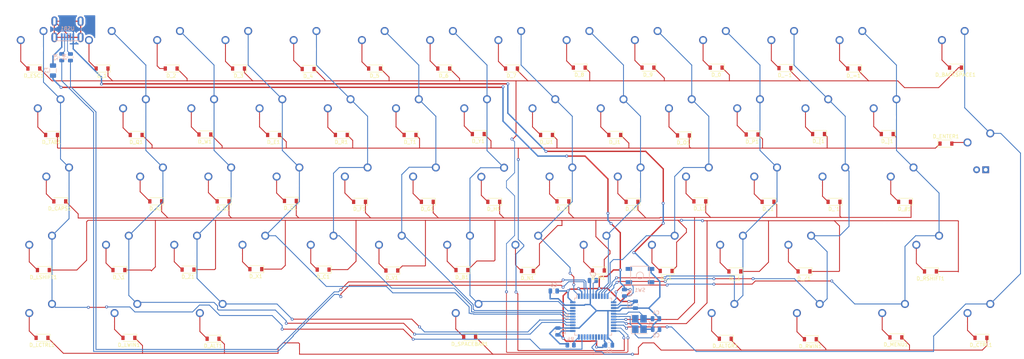
<source format=kicad_pcb>
(kicad_pcb (version 20211014) (generator pcbnew)
  (layers (0 "F.Cu" signal) (31 "B.Cu" signal) (34 "B.Paste" user) (35 "F.Paste" user) (36 "B.SilkS" user "B.Silkscreen") (37 "F.SilkS" user "F.Silkscreen") (38 "B.Mask" user) (39 "F.Mask" user) (44 "Edge.Cuts" user))
  (net 0 "")
  (net 1 "+5V")
  (net 2 "GND")
  (net 3 "Net-(C4-Pad2)")
  (net 4 "Net-(C5-Pad2)")
  (net 5 "Net-(C7-Pad1)")
  (net 6 "Row 3")
  (net 7 "Net-(D_#1-Pad2)")
  (net 8 "Net-(D_'1-Pad2)")
  (net 9 "Row 4")
  (net 10 "Net-(D_,1-Pad2)")
  (net 11 "Row 1")
  (net 12 "Net-(D_-1-Pad2)")
  (net 13 "Net-(D_.1-Pad2)")
  (net 14 "Net-(D_/1-Pad2)")
  (net 15 "Net-(D_0-Pad2)")
  (net 16 "Net-(D_1-Pad2)")
  (net 17 "Net-(D_2-Pad2)")
  (net 18 "Net-(D_3-Pad2)")
  (net 19 "Net-(D_4-Pad2)")
  (net 20 "Net-(D_5-Pad2)")
  (net 21 "Net-(D_6-Pad2)")
  (net 22 "Net-(D_7-Pad2)")
  (net 23 "Net-(D_8-Pad2)")
  (net 24 "Net-(D_9-Pad2)")
  (net 25 "Net-(D_;1-Pad2)")
  (net 26 "Net-(D_=1-Pad2)")
  (net 27 "Net-(D_A1-Pad2)")
  (net 28 "Row 5")
  (net 29 "Net-(D_ALT1-Pad2)")
  (net 30 "Net-(D_ALTGR1-Pad2)")
  (net 31 "Net-(D_B1-Pad2)")
  (net 32 "Net-(D_BACKSPACE1-Pad2)")
  (net 33 "Net-(D_C1-Pad2)")
  (net 34 "Net-(D_CAPS1-Pad2)")
  (net 35 "Net-(D_CTRL1-Pad2)")
  (net 36 "Net-(D_D1-Pad2)")
  (net 37 "Row 2")
  (net 38 "Net-(D_E1-Pad2)")
  (net 39 "Net-(D_ENTER1-Pad2)")
  (net 40 "Net-(D_ESC1-Pad2)")
  (net 41 "Net-(D_F1-Pad2)")
  (net 42 "Net-(D_G1-Pad2)")
  (net 43 "Net-(D_H1-Pad2)")
  (net 44 "Net-(D_I1-Pad2)")
  (net 45 "Net-(D_J1-Pad2)")
  (net 46 "Net-(D_K1-Pad2)")
  (net 47 "Net-(D_L1-Pad2)")
  (net 48 "Net-(D_LCTRL1-Pad2)")
  (net 49 "Net-(D_LSHIFT1-Pad2)")
  (net 50 "Net-(D_LWIN1-Pad2)")
  (net 51 "Net-(D_M1-Pad2)")
  (net 52 "Net-(D_MENU1-Pad2)")
  (net 53 "Net-(D_N1-Pad2)")
  (net 54 "Net-(D_O1-Pad2)")
  (net 55 "Net-(D_P1-Pad2)")
  (net 56 "Net-(D_Q1-Pad2)")
  (net 57 "Net-(D_R1-Pad2)")
  (net 58 "Net-(D_RSHIFT1-Pad2)")
  (net 59 "Net-(D_RWIN1-Pad2)")
  (net 60 "Net-(D_S1-Pad2)")
  (net 61 "Net-(D_SPACEBAR1-Pad2)")
  (net 62 "Net-(D_T1-Pad2)")
  (net 63 "Net-(D_TAB1-Pad2)")
  (net 64 "Net-(D_U1-Pad2)")
  (net 65 "Net-(D_V1-Pad2)")
  (net 66 "Net-(D_W1-Pad2)")
  (net 67 "Net-(D_X1-Pad2)")
  (net 68 "Net-(D_Y1-Pad2)")
  (net 69 "Net-(D_Z1-Pad2)")
  (net 70 "Net-(D_[1-Pad2)")
  (net 71 "Net-(D_\\1-Pad2)")
  (net 72 "Net-(D_]1-Pad2)")
  (net 73 "VCC")
  (net 74 "Net-(R1-Pad2)")
  (net 75 "D-")
  (net 76 "Net-(R2-Pad2)")
  (net 77 "Net-(R3-Pad1)")
  (net 78 "Net-(R4-Pad1)")
  (net 79 "Column 12")
  (net 80 "Column 13")
  (net 81 "Column 10")
  (net 82 "Column 11")
  (net 83 "Column 2")
  (net 84 "Column 3")
  (net 85 "Column 4")
  (net 86 "Column 5")
  (net 87 "Column 6")
  (net 88 "Column 7")
  (net 89 "Column 8")
  (net 90 "Column 9")
  (net 91 "Column 14")
  (net 92 "Column 1")
  (net 97 "D+")
  (net 98 "unconnected-(USB1-Pad6)")
  (footprint "MX_Alps_Hybrid:MXOnly-1U-NoLED" (layer "F.Cu") (at 470.69375 49.2125)
    (fp_text reference "SW_5")
    (fp_text value "CherryMX")
  )
  (footprint "MX_Alps_Hybrid:MXOnly-2U-NoLED" (layer "F.Cu") (at 632.61875 49.2125)
    (fp_text reference "SW_BACKSPACE1")
    (fp_text value "CherryMX")
  )
  (footprint "Diode_SMD:D_SOD-123" (layer "F.Cu") (at 568.325 130.048 180)
    (fp_text reference "D_ALTGR1")
    (fp_text value "D_Small")
  )
  (footprint "Diode_SMD:D_SOD-123" (layer "F.Cu") (at 437.261 110.617 180)
    (fp_text reference "D_X1")
    (fp_text value "D_Small")
  )
  (footprint "Diode_SMD:D_SOD-123" (layer "F.Cu") (at 532.892 110.998 180)
    (fp_text reference "D_M1")
    (fp_text value "D_Small")
  )
  (footprint "MX_Alps_Hybrid:MXOnly-1U-NoLED" (layer "F.Cu") (at 446.88125 87.3125)
    (fp_text reference "SW_D1")
    (fp_text value "CherryMX")
  )
  (footprint "Diode_SMD:D_SOD-123" (layer "F.Cu") (at 446.913 91.567 180)
    (fp_text reference "D_D1")
    (fp_text value "D_Small")
  )
  (footprint "Diode_SMD:D_SOD-123" (layer "F.Cu") (at 489.712 54.61 180)
    (fp_text reference "D_6")
    (fp_text value "D_Small")
  )
  (footprint "Diode_SMD:D_SOD-123" (layer "F.Cu") (at 522.985 91.694 180)
    (fp_text reference "D_J1")
    (fp_text value "D_Small")
  )
  (footprint "MX_Alps_Hybrid:MXOnly-1U-NoLED" (layer "F.Cu") (at 518.31875 68.2625)
    (fp_text reference "SW_U1")
    (fp_text value "CherryMX")
  )
  (footprint "MX_Alps_Hybrid:MXOnly-1U-NoLED" (layer "F.Cu") (at 561.18125 87.3125)
    (fp_text reference "SW_L1")
    (fp_text value "CherryMX")
  )
  (footprint "MX_Alps_Hybrid:MXOnly-1U-NoLED" (layer "F.Cu") (at 394.49375 49.2125)
    (fp_text reference "SW_1")
    (fp_text value "CherryMX")
  )
  (footprint "MX_Alps_Hybrid:MXOnly-1U-NoLED" (layer "F.Cu") (at 551.65625 106.3625)
    (fp_text reference "SW_,1")
    (fp_text value "CherryMX")
  )
  (footprint "Diode_SMD:D_SOD-123" (layer "F.Cu") (at 604.139 54.61 180)
    (fp_text reference "D_=1")
    (fp_text value "D_Small")
  )
  (footprint "Diode_SMD:D_SOD-123" (layer "F.Cu") (at 409.321 91.694 180)
    (fp_text reference "D_A1")
    (fp_text value "D_Small")
  )
  (footprint "MX_Alps_Hybrid:MXOnly-1U-NoLED" (layer "F.Cu") (at 375.44375 49.2125)
    (fp_text reference "SW_ESC1")
    (fp_text value "CherryMX")
  )
  (footprint "Diode_SMD:D_SOD-123" (layer "F.Cu") (at 527.558 54.356 180)
    (fp_text reference "D_8")
    (fp_text value "D_Small")
  )
  (footprint "MX_Alps_Hybrid:MXOnly-1U-NoLED" (layer "F.Cu") (at 604.04375 49.2125)
    (fp_text reference "SW_=1")
    (fp_text value "CherryMX")
  )
  (footprint "Diode_SMD:D_SOD-123" (layer "F.Cu") (at 592.074 130.175 180)
    (fp_text reference "D_RWIN1")
    (fp_text value "D_Small")
  )
  (footprint "Diode_SMD:D_SOD-123" (layer "F.Cu") (at 456.057 110.744 180)
    (fp_text reference "D_C1")
    (fp_text value "D_Small")
  )
  (footprint "MX_Alps_Hybrid:MXOnly-1U-NoLED" (layer "F.Cu") (at 513.55625 106.3625)
    (fp_text reference "SW_N1")
    (fp_text value "CherryMX")
  )
  (footprint "MX_Alps_Hybrid:MXOnly-1U-NoLED" (layer "F.Cu") (at 437.35625 106.3625)
    (fp_text reference "SW_X1")
    (fp_text value "CherryMX")
  )
  (footprint "MX_Alps_Hybrid:MXOnly-1.25U-NoLED" (layer "F.Cu") (at 615.95 125.4125)
    (fp_text reference "SW_MENU1")
    (fp_text value "CherryMX")
  )
  (footprint "MX_Alps_Hybrid:MXOnly-1U-NoLED" (layer "F.Cu") (at 404.01875 68.2625)
    (fp_text reference "SW_Q1")
    (fp_text value "CherryMX")
  )
  (footprint "Diode_SMD:D_SOD-123" (layer "F.Cu") (at 428.117 91.694 180)
    (fp_text reference "D_S1")
    (fp_text value "D_Small")
  )
  (footprint "Diode_SMD:D_SOD-123" (layer "F.Cu") (at 590.296 111.252 180)
    (fp_text reference "D_/1")
    (fp_text value "D_Small")
  )
  (footprint "MX_Alps_Hybrid:MXOnly-1U-NoLED" (layer "F.Cu") (at 465.93125 87.3125)
    (fp_text reference "SW_F1")
    (fp_text value "CherryMX")
  )
  (footprint "Diode_SMD:D_SOD-123" (layer "F.Cu") (at 639.699 129.794 180)
    (fp_text reference "D_CTRL1")
    (fp_text value "D_Small")
  )
  (footprint "Diode_SMD:D_SOD-123" (layer "F.Cu") (at 377.571 129.794 180)
    (fp_text reference "D_LCTRL1")
    (fp_text value "D_Small")
  )
  (footprint "MX_Alps_Hybrid:MXOnly-1.75U-NoLED" (layer "F.Cu") (at 382.5875 87.3125)
    (fp_text reference "SW_CAPS1")
    (fp_text value "CherryMX")
  )
  (footprint "Diode_SMD:D_SOD-123" (layer "F.Cu") (at 613.537 72.898 180)
    (fp_text reference "D_]1")
    (fp_text value "D_Small")
  )
  (footprint "MX_Alps_Hybrid:MXOnly-1.5U-NoLED" (layer "F.Cu") (at 380.20625 68.2625)
    (fp_text reference "SW_TAB1")
    (fp_text value "CherryMX")
  )
  (footprint "MX_Alps_Hybrid:MXOnly-1.25U-NoLED" (layer "F.Cu") (at 639.7625 125.4125)
    (fp_text reference "SW_RCTRL1")
    (fp_text value "CherryMX")
  )
  (footprint "MX_Alps_Hybrid:MXOnly-1U-NoLED" (layer "F.Cu") (at 546.89375 49.2125)
    (fp_text reference "SW_9")
    (fp_text value "CherryMX")
  )
  (footprint "MX_Alps_Hybrid:MXOnly-1U-NoLED" (layer "F.Cu") (at 480.21875 68.2625)
    (fp_text reference "SW_T1")
    (fp_text value "CherryMX")
  )
  (footprint "MX_Alps_Hybrid:MXOnly-1U-NoLED" (layer "F.Cu") (at 542.13125 87.3125)
    (fp_text reference "SW_K1")
    (fp_text value "CherryMX")
  )
  (footprint "MX_Alps_Hybrid:MXOnly-1U-NoLED" (layer "F.Cu") (at 537.36875 68.2625)
    (fp_text reference "SW_I1")
    (fp_text value "CherryMX")
  )
  (footprint "MX_Alps_Hybrid:MXOnly-1.25U-NoLED" (layer "F.Cu") (at 592.1375 125.4125)
    (fp_text reference "SW_RWIN1")
    (fp_text value "CherryMX")
  )
  (footprint "MX_Alps_Hybrid:MXOnly-1U-NoLED" (layer "F.Cu") (at 494.50625 106.3625)
    (fp_text reference "SW_B1")
    (fp_text value "CherryMX")
  )
  (footprint "Diode_SMD:D_SOD-123" (layer "F.Cu") (at 503.682 91.821 180)
    (fp_text reference "D_H1")
    (fp_text value "D_Small")
  )
  (footprint "Diode_SMD:D_SOD-123" (layer "F.Cu") (at 546.735 54.356 180)
    (fp_text reference "D_9")
    (fp_text value "D_Small")
  )
  (footprint "MX_Alps_Hybrid:MXOnly-6.25U-NoLED" (layer "F.Cu") (at 496.8875 125.4125)
    (fp_text reference "SW_SPACEBAR1")
    (fp_text value "CherryMX")
  )
  (footprint "MX_Alps_Hybrid:MXOnly-1U-NoLED" (layer "F.Cu") (at 580.23125 87.3125)
    (fp_text reference "SW_;1")
    (fp_text value "CherryMX")
  )
  (footprint "Diode_SMD:D_SOD-123" (layer "F.Cu") (at 580.263 91.821 180)
    (fp_text reference "D_;1")
    (fp_text value "D_Small")
  )
  (footprint "MX_Alps_Hybrid:MXOnly-1.25U-NoLED" (layer "F.Cu") (at 377.825 125.4125)
    (fp_text reference "SW_LCTRL1")
    (fp_text value "CherryMX")
  )
  (footprint "MX_Alps_Hybrid:MXOnly-1.25U-NoLED" (layer "F.Cu") (at 401.6375 125.4125)
    (fp_text reference "SW_LWIN1")
    (fp_text value "CherryMX")
  )
  (footprint "Diode_SMD:D_SOD-123" (layer "F.Cu") (at 461.137 73.152 180)
    (fp_text reference "D_R1")
    (fp_text value "D_Small")
  )
  (footprint "MX_Alps_Hybrid:MXOnly-1U-NoLED" (layer "F.Cu") (at 613.56875 68.2625)
    (fp_text reference "SW_]1")
    (fp_text value "CherryMX")
  )
  (footprint "Diode_SMD:D_SOD-123" (layer "F.Cu") (at 480.314 73.152 180)
    (fp_text reference "D_T1")
    (fp_text value "D_Small")
  )
  (footprint "Diode_SMD:D_SOD-123" (layer "F.Cu") (at 565.785 54.356 180)
    (fp_text reference "D_0")
    (fp_text value "D_Small")
  )
  (footprint "Diode_SMD:D_SOD-123" (layer "F.Cu") (at 399.034 110.871 180)
    (fp_text reference "D_\\1")
    (fp_text value "D_Small")
  )
  (footprint "Diode_SMD:D_SOD-123" (layer "F.Cu") (at 494.792 110.871 180)
    (fp_text reference "D_B1")
    (fp_text value "D_Small")
  )
  (footprint "MX_Alps_Hybrid:MXOnly-1.25U-NoLED" (layer "F.Cu") (at 377.825 106.3625)
    (fp_text reference "SW_LSHIFT1")
    (fp_text value "CherryMX")
  )
  (footprint "Diode_SMD:D_SOD-123" (layer "F.Cu") (at 575.818 73.025 180)
    (fp_text reference "D_P1")
    (fp_text value "D_Small")
  )
  (footprint "Diode_SMD:D_SOD-123" (layer "F.Cu") (at 466.217 91.821 180)
    (fp_text reference "D_F1")
    (fp_text value "D_Small")
  )
  (footprint "Diode_SMD:D_SOD-123" (layer "F.Cu") (at 508.635 54.61 180)
    (fp_text reference "D_7")
    (fp_text value "D_Small")
  )
  (footprint "Diode_SMD:D_SOD-123" (layer "F.Cu") (at 475.234 110.998 180)
    (fp_text reference "D_V1")
    (fp_text value "D_Small")
  )
  (footprint "Diode_SMD:D_SOD-123" (layer "F.Cu") (at 570.992 111.252 180)
    (fp_text reference "D_.1")
    (fp_text value "D_Small")
  )
  (footprint "MX_Alps_Hybrid:MXOnly-1U-NoLED" (layer "F.Cu") (at 427.83125 87.3125)
    (fp_text reference "SW_S1")
    (fp_text value "CherryMX")
  )
  (footprint "Diode_SMD:D_SOD-123" (layer "F.Cu") (at 618.363 91.821 180)
    (fp_text reference "D_#1")
    (fp_text value "D_Small")
  )
  (footprint "MX_Alps_Hybrid:MXOnly-1U-NoLED" (layer "F.Cu") (at 432.59375 49.2125)
    (fp_text reference "SW_3")
    (fp_text value "CherryMX")
  )
  (footprint "Diode_SMD:D_SOD-123" (layer "F.Cu") (at 537.464 73.152 180)
    (fp_text reference "D_I1")
    (fp_text value "D_Small")
  )
  (footprint "Diode_SMD:D_SOD-123" (layer "F.Cu") (at 394.334 54.61 180)
    (fp_text reference "D_1")
    (fp_text value "D_Small")
  )
  (footprint "MX_Alps_Hybrid:MXOnly-1U-NoLED" (layer "F.Cu") (at 499.26875 68.2625)
    (fp_text reference "SW_Y1")
    (fp_text value "CherryMX")
  )
  (footprint "Diode_SMD:D_SOD-123" (layer "F.Cu") (at 598.678 91.821 180)
    (fp_text reference "D_'1")
    (fp_text value "D_Small")
  )
  (footprint "Diode_SMD:D_SOD-123" (layer "F.Cu") (at 382.524 91.694 180)
    (fp_text reference "D_CAPS1")
    (fp_text value "D_Small")
  )
  (footprint "Diode_SMD:D_SOD-123" (layer "F.Cu") (at 551.815 111.125 180)
    (fp_text reference "D_,1")
    (fp_text value "D_Small")
  )
  (footprint "MX_Alps_Hybrid:MXOnly-1U-NoLED" (layer "F.Cu") (at 442.11875 68.2625)
    (fp_text reference "SW_E1")
    (fp_text value "CherryMX")
  )
  (footprint "Diode_SMD:D_SOD-123" (layer "F.Cu") (at 556.641 73.279 180)
    (fp_text reference "D_O1")
    (fp_text value "D_Small")
  )
  (footprint "Diode_SMD:D_SOD-123" (layer "F.Cu") (at 513.08 111.125 180)
    (fp_text reference "D_N1")
    (fp_text value "D_Small")
  )
  (footprint "MX_Alps_Hybrid:MXOnly-1U-NoLED" (layer "F.Cu") (at 589.75625 106.3625)
    (fp_text reference "SW/1")
    (fp_text value "CherryMX")
  )
  (footprint "MX_Alps_Hybrid:MXOnly-1U-NoLED" (layer "F.Cu") (at 461.16875 68.2625)
    (fp_text reference "SW_R1")
    (fp_text value "CherryMX")
  )
  (footprint "MX_Alps_Hybrid:MXOnly-1U-NoLED" (layer "F.Cu") (at 475.45625 106.3625)
    (fp_text reference "SW_V1")
    (fp_text value "CherryMX")
  )
  (footprint "MX_Alps_Hybrid:MXOnly-1U-NoLED" (layer "F.Cu") (at 527.84375 49.2125)
    (fp_text reference "SW_8")
    (fp_text value "CherryMX")
  )
  (footprint "MX_Alps_Hybrid:MXOnly-1U-NoLED" (layer "F.Cu") (at 594.51875 68.2625)
    (fp_text reference "SW_[1")
    (fp_text value "CherryMX")
  )
  (footprint "MX_Alps_Hybrid:MXOnly-1U-NoLED" (layer "F.Cu") (at 570.70625 106.3625)
    (fp_text reference "SW_.1")
    (fp_text value "CherryMX")
  )
  (footprint "Diode_SMD:D_SOD-123" (layer "F.Cu") (at 629.92 75.565)
    (fp_text reference "D_ENTER1")
    (fp_text value "D_Small")
  )
  (footprint "MX_Alps_Hybrid:MXOnly-1U-NoLED" (layer "F.Cu") (at 413.54375 49.2125)
    (fp_text reference "SW_2")
    (fp_text value "CherryMX")
  )
  (footprint "MX_Alps_Hybrid:MXOnly-1U-NoLED" (layer "F.Cu") (at 456.40625 106.3625)
    (fp_text reference "SW_C1")
    (fp_text value "CherryMX")
  )
  (footprint "MX_Alps_Hybrid:MXOnly-1U-NoLED" (layer "F.Cu") (at 508.79375 49.2125)
    (fp_text reference "SW_7")
    (fp_text value "CherryMX")
  )
  (footprint "MX_Alps_Hybrid:MXOnly-1U-NoLED" (layer "F.Cu") (at 532.60625 106.3625)
    (fp_text reference "SW_M1")
    (fp_text value "CherryMX")
  )
  (footprint "Diode_SMD:D_SOD-123" (layer "F.Cu") (at 594.36 72.898 180)
    (fp_text reference "D_[1")
    (fp_text value "D_Small")
  )
  (footprint "MX_Alps_Hybrid:MXOnly-1U-NoLED" (layer "F.Cu") (at 575.46875 68.2625)
    (fp_text reference "SW_P1")
    (fp_text value "CherryMX")
  )
  (footprint "Diode_SMD:D_SOD-123" (layer "F.Cu") (at 561.213 91.694 180)
    (fp_text reference "D_L1")
    (fp_text value "D_Small")
  )
  (footprint "Diode_SMD:D_SOD-123" (layer "F.Cu") (at 423.037 73.025 180)
    (fp_text reference "D_W1")
    (fp_text value "D_Small")
  )
  (footprint "MX_Alps_Hybrid:MXOnly-1U-NoLED" (layer "F.Cu") (at 451.64375 49.2125)
    (fp_text reference "SW_4")
    (fp_text value "CherryMX")
  )
  (footprint "Diode_SMD:D_SOD-123" (layer "F.Cu") (at 425.323 130.048 180)
    (fp_text reference "D_ALT1")
    (fp_text value "D_Small")
  )
  (footprint "MX_Alps_Hybrid:MXOnly-1U-NoLED" (layer "F.Cu") (at 484.98125 87.3125)
    (fp_text reference "SW_G1")
    (fp_text value "CherryMX")
  )
  (footprint "MX_Alps_Hybrid:MXOnly-1.25U-NoLED" (layer "F.Cu") (at 568.325 125.4125)
    (fp_text reference "SW_ALTGR1")
    (fp_text value "CherryMX")
  )
  (footprint "Diode_SMD:D_SOD-123" (layer "F.Cu") (at 418.338 110.744 180)
    (fp_text reference "D_Z1")
    (fp_text value "D_Small")
  )
  (footprint "Diode_SMD:D_SOD-123" (layer "F.Cu") (at 380.238 73.152 180)
    (fp_text reference "D_TAB1")
    (fp_text value "D_Small")
  )
  (footprint "Diode_SMD:D_SOD-123" (layer "F.Cu") (at 451.866 54.737 180)
    (fp_text reference "D_4")
    (fp_text value "D_Small")
  )
  (footprint "Diode_SMD:D_SOD-123" (layer "F.Cu") (at 518.414 73.152 180)
    (fp_text reference "D_U1")
    (fp_text value "D_Small")
  )
  (footprint "Diode_SMD:D_SOD-123" (layer "F.Cu") (at 615.95 129.667 180)
    (fp_text reference "D_MENU1")
    (fp_text value "D_Small")
  )
  (footprint "MX_Alps_Hybrid:MXOnly-1U-NoLED" (layer "F.Cu") (at 565.94375 49.2125)
    (fp_text reference "SW_0")
    (fp_text value "CherryMX")
  )
  (footprint "MX_Alps_Hybrid:MXOnly-1U-NoLED" (layer "F.Cu") (at 399.25625 106.3625)
    (fp_text reference "SW_\\1")
    (fp_text value "CherryMX")
  )
  (footprint "Diode_SMD:D_SOD-123" (layer "F.Cu") (at 625.601 111.252 180)
    (fp_text reference "D_RSHIFT1")
    (fp_text value "D_Small")
  )
  (footprint "MX_Alps_Hybrid:MXOnly-1U-NoLED" (layer "F.Cu") (at 423.06875 68.2625)
    (fp_text reference "SW_W1")
    (fp_text value "CherryMX")
  )
  (footprint "MX_Alps_Hybrid:MXOnly-1U-NoLED" (layer "F.Cu") (at 618.33125 87.3125)
    (fp_text reference "SW_#1")
    (fp_text value "CherryMX")
  )
  (footprint "Diode_SMD:D_SOD-123" (layer "F.Cu") (at 413.639 54.61 180)
    (fp_text reference "D_2")
    (fp_text value "D_Small")
  )
  (footprint "MX_Alps_Hybrid:MXOnly-1.25U-NoLED" (layer "F.Cu") (at 425.45 125.4125)
    (fp_text reference "SW_ALT1")
    (fp_text value "CherryMX")
  )
  (footprint "MX_Alps_Hybrid:MXOnly-1U-NoLED" (layer "F.Cu") (at 556.41875 68.2625)
    (fp_text reference "SW_O1")
    (fp_text value "CherryMX")
  )
  (footprint "MX_Alps_Hybrid:MXOnly-1U-NoLED" (layer "F.Cu") (at 584.99375 49.2125)
    (fp_text reference "SW_-1")
    (fp_text value "CherryMX")
  )
  (footprint "Diode_SMD:D_SOD-123" (layer "F.Cu") (at 485.14 91.821 180)
    (fp_text reference "D_G1")
    (fp_text value "D_Small")
  )
  (footprint "MX_Alps_Hybrid:MXOnly-1U-NoLED" (layer "F.Cu") (at 489.74375 49.2125)
    (fp_text reference "SW_6")
    (fp_text value "CherryMX")
  )
  (footprint "MX_Alps_Hybrid:MXOnly-1U-NoLED" (layer "F.Cu") (at 599.28125 87.3125)
    (fp_text reference "SW_'1")
    (fp_text value "CherryMX")
  )
  (footprint "MX_Alps_Hybrid:MXOnly-ISO" (layer "F.Cu") (at 639.7625 77.7875)
    (fp_text reference "SW_ENTER1")
    (fp_text value "CherryMX")
  )
  (footprint "MX_Alps_Hybrid:MXOnly-1U-NoLED" (layer "F.Cu") (at 504.03125 87.376)
    (fp_text reference "SW_H1")
    (fp_text value "CherryMX")
  )
  (footprint "Diode_SMD:D_SOD-123" (layer "F.Cu") (at 401.828 129.794 180)
    (fp_text reference "D_LWIN1")
    (fp_text value "D_Small")
  )
  (footprint "Diode_SMD:D_SOD-123" (layer "F.Cu") (at 377.952 110.871 180)
    (fp_text reference "D_LSHIFT1")
    (fp_text value "D_Small")
  )
  (footprint "Diode_SMD:D_SOD-123" (layer "F.Cu") (at 432.435 54.61 180)
    (fp_text reference "D_3")
    (fp_text value "D_Small")
  )
  (footprint "Diode_SMD:D_SOD-123" (layer "F.Cu") (at 375.284 54.61 180)
    (fp_text reference "D_ESC1")
    (fp_text value "D_Small")
  )
  (footprint "Diode_SMD:D_SOD-123" (layer "F.Cu") (at 496.951 129.54 180)
    (fp_text reference "D_SPACEBAR1")
    (fp_text value "D_Small")
  )
  (footprint "Diode_SMD:D_SOD-123" (layer "F.Cu") (at 470.408 54.61 180)
    (fp_text reference "D_5")
    (fp_text value "D_Small")
  )
  (footprint "MX_Alps_Hybrid:MXOnly-1U-NoLED" (layer "F.Cu") (at 418.30625 106.3625)
    (fp_text reference "SW_Z1")
    (fp_text value "CherryMX")
  )
  (footprint "MX_Alps_Hybrid:MXOnly-1U-NoLED" (layer "F.Cu") (at 408.78125 87.3125)
    (fp_text reference "SW_A1")
    (fp_text value "CherryMX")
  )
  (footprint "Diode_SMD:D_SOD-123" (layer "F.Cu") (at 584.963 54.483 180)
    (fp_text reference "D_-1")
    (fp_text value "D_Small")
  )
  (footprint "Diode_SMD:D_SOD-123" (layer "F.Cu") (at 403.86 73.152 180)
    (fp_text reference "D_Q1")
    (fp_text value "D_Small")
  )
  (footprint "Diode_SMD:D_SOD-123" (layer "F.Cu") (at 542.29 91.821 180)
    (fp_text reference "D_K1")
    (fp_text value "D_Small")
  )
  (footprint "Diode_SMD:D_SOD-123" (layer "F.Cu") (at 499.365 72.898 180)
    (fp_text reference "D_Y1")
    (fp_text value "D_Small")
  )
  (footprint "MX_Alps_Hybrid:MXOnly-1U-NoLED" (layer "F.Cu") (at 523.08125 87.3125)
    (fp_text reference "SW_J1")
    (fp_text value "CherryMX")
  )
  (footprint "Diode_SMD:D_SOD-123" (layer "F.Cu") (at 442.214 73.152 180)
    (fp_text reference "D_E1")
    (fp_text value "D_Small")
  )
  (footprint "MX_Alps_Hybrid:MXOnly-2.75U-NoLED" (layer "F.Cu") (at 625.475 106.3625)
    (fp_text reference "SW_RSHIFT1")
    (fp_text value "CherryMX")
  )
  (footprint "Diode_SMD:D_SOD-123" (layer "F.Cu") (at 632.587 54.356 180)
    (fp_text reference "D_BACKSPACE1")
    (fp_text value "D_Small")
  )
  (footprint "Package_QFP:TQFP-44_10x10mm_P0.8mm" (layer "B.Cu") (at 531.45 123.87 -90)
    (fp_text reference "U1")
    (fp_text value "ATmega32U4-A")
  )
  (footprint "Capacitor_SMD:C_0805_2012Metric" (layer "B.Cu") (at 548.97 124.46 180)
    (fp_text reference "C4")
    (fp_text value "22pF")
  )
  (footprint "Fuse:Fuse_1206_3216Metric" (layer "B.Cu") (at 380.64 55.18 -90)
    (fp_text reference "F1")
    (fp_text value "500mA")
  )
  (footprint "Resistor_SMD:R_0805_2012Metric" (layer "B.Cu") (at 385.51 51.4625 -90)
    (fp_text reference "R1")
    (fp_text value "22")
  )
  (footprint "Resistor_SMD:R_0805_2012Metric" (layer "B.Cu") (at 383.08 51.44 -90)
    (fp_text reference "R2")
    (fp_text value "22")
  )
  (footprint "random-keyboard-parts:Molex-0548190589" (layer "B.Cu") (at 384.683 41.4055 -90)
    (fp_text reference "USB1")
    (fp_text value "Molex-0548190589")
  )
  (footprint "Capacitor_SMD:C_0805_2012Metric" (layer "B.Cu") (at 549.02 127.43)
    (fp_text reference "C5")
    (fp_text value "22pF")
  )
  (footprint "Resistor_SMD:R_0805_2012Metric" (layer "B.Cu") (at 540.17 117.22 90)
    (fp_text reference "R3")
    (fp_text value "10k")
  )
  (footprint "random-keyboard-parts:SKQG-1155865" (layer "B.Cu") (at 544.51 112.4 180)
    (fp_text reference "SW1")
    (fp_text value "SW_Push")
  )
  (footprint "Crystal:Crystal_SMD_3225-4Pin_3.2x2.5mm_HandSoldering" (layer "B.Cu") (at 544.35 125.93 90)
    (fp_text reference "Y1")
    (fp_text value "Crystal_GND24_Small")
  )
  (footprint "Capacitor_SMD:C_0805_2012Metric" (layer "B.Cu") (at 521.59 128.01 90)
    (fp_text reference "C2")
    (fp_text value "0.1uF")
  )
  (footprint "Capacitor_SMD:C_0805_2012Metric" (layer "B.Cu") (at 535.85 131.826)
    (fp_text reference "C1")
    (fp_text value "0.1uF")
  )
  (footprint "Capacitor_SMD:C_0805_2012Metric" (layer "B.Cu") (at 531.36 113.78 180)
    (fp_text reference "C7")
    (fp_text value "1uF")
  )
  (footprint "Capacitor_SMD:C_0805_2012Metric" (layer "B.Cu") (at 520.446 116.713 180)
    (fp_text reference "C6")
    (fp_text value "10uF")
  )
  (footprint "Capacitor_SMD:C_0805_2012Metric" (layer "B.Cu") (at 543.23 120.55 -90)
    (fp_text reference "C3")
    (fp_text value "0.1uF")
  )
  (footprint "Resistor_SMD:R_0805_2012Metric" (layer "B.Cu") (at 525.145 131.826 180)
    (fp_text reference "R4")
    (fp_text value "10k")
  )
  (segment (start 524.92 116.19) (end 523.07 118.04) (width 0.381) (layer "F.Cu") (net 1))
  (segment (start 529.18 79.05) (end 534.43 84.3) (width 0.381) (layer "F.Cu") (net 1))
  (segment (start 537.115 110.839) (end 535.305 112.649) (width 0.381) (layer "F.Cu") (net 1))
  (segment (start 539.02 100.45) (end 539.02 110.839) (width 0.381) (layer "F.Cu") (net 1))
  (segment (start 535.451 115.97) (end 539.115 119.634) (width 0.381) (layer "F.Cu") (net 1))
  (segment (start 533.527 112.649) (end 533.15 113.026) (width 0.381) (layer "F.Cu") (net 1))
  (segment (start 523.07 118.04) (end 523.07 129.91) (width 0.381) (layer "F.Cu") (net 1))
  (segment (start 535.57 85.44) (end 535.57 95.04) (width 0.381) (layer "F.Cu") (net 1))
  (segment (start 382.91 59.86) (end 506.12 59.86) (width 0.381) (layer "F.Cu") (net 1))
  (segment (start 534.43 84.3) (end 535.57 85.44) (width 0.381) (layer "F.Cu") (net 1))
  (segment (start 536.45 97.88) (end 539.02 100.45) (width 0.381) (layer "F.Cu") (net 1))
  (segment (start 524.92 116.19) (end 527.18 116.19) (width 0.381) (layer "F.Cu") (net 1))
  (segment (start 539.115 119.634) (end 541.782 116.967) (width 0.381) (layer "F.Cu") (net 1))
  (segment (start 530.827 130.683) (end 532.384 130.683) (width 0.381) (layer "F.Cu") (net 1))
  (segment (start 535.305 112.649) (end 533.527 112.649) (width 0.381) (layer "F.Cu") (net 1))
  (segment (start 506.12 59.86) (end 506.27 59.71) (width 0.381) (layer "F.Cu") (net 1))
  (segment (start 527.18 116.19) (end 527.34 116.03) (width 0.381) (layer "F.Cu") (net 1))
  (segment (start 533.15 115.97) (end 535.451 115.97) (width 0.381) (layer "F.Cu") (net 1))
  (segment (start 541.782 116.967) (end 541.782 116.332) (width 0.381) (layer "F.Cu") (net 1))
  (segment (start 523.07 129.91) (end 523.89 130.73) (width 0.381) (layer "F.Cu") (net 1))
  (segment (start 539.115 119.634) (end 541.401 119.634) (width 0.381) (layer "F.Cu") (net 1))
  (segment (start 532.384 130.683) (end 532.384 132.334) (width 0.381) (layer "F.Cu") (net 1))
  (segment (start 539.02 110.839) (end 537.115 110.839) (width 0.381) (layer "F.Cu") (net 1))
  (segment (start 523.89 130.73) (end 530.78 130.73) (width 0.381) (layer "F.Cu") (net 1))
  (segment (start 527.34 116.03) (end 533.09 116.03) (width 0.381) (layer "F.Cu") (net 1))
  (segment (start 524.05 79.05) (end 529.18 79.05) (width 0.381) (layer "F.Cu") (net 1))
  (segment (start 533.09 116.03) (end 533.15 115.97) (width 0.381) (layer "F.Cu") (net 1))
  (segment (start 533.15 113.026) (end 533.15 115.97) (width 0.381) (layer "F.Cu") (net 1))
  (via (at 535.57 95.04) (size 0.8) (drill 0.4) (layers "F.Cu" "B.Cu") (net 1))
  (via (at 541.782 116.332) (size 0.8) (drill 0.4) (layers "F.Cu" "B.Cu") (net 1))
  (via (at 541.401 119.634) (size 0.8) (drill 0.4) (layers "F.Cu" "B.Cu") (net 1))
  (via (at 533.15 115.97) (size 0.8) (drill 0.4) (layers "F.Cu" "B.Cu") (net 1))
  (via (at 523.07 129.91) (size 0.8) (drill 0.4) (layers "F.Cu" "B.Cu") (net 1))
  (via (at 539.02 110.839) (size 0.8) (drill 0.4) (layers "F.Cu" "B.Cu") (net 1))
  (via (at 532.384 132.334) (size 0.8) (drill 0.4) (layers "F.Cu" "B.Cu") (net 1))
  (via (at 524.05 79.05) (size 0.8) (drill 0.4) (layers "F.Cu" "B.Cu") (net 1))
  (via (at 527.34 116.03) (size 0.8) (drill 0.4) (layers "F.Cu" "B.Cu") (net 1))
  (via (at 382.91 59.86) (size 0.8) (drill 0.4) (layers "F.Cu" "B.Cu") (net 1))
  (via (at 524.383 116.713) (size 0.8) (drill 0.4) (layers "F.Cu" "B.Cu") (net 1))
  (via (at 506.27 59.71) (size 0.8) (drill 0.4) (layers "F.Cu" "B.Cu") (net 1))
  (via (at 536.45 97.88) (size 0.8) (drill 0.4) (layers "F.Cu" "B.Cu") (net 1))
  (segment (start 541.435 119.6) (end 541.401 119.634) (width 0.381) (layer "B.Cu") (net 1))
  (segment (start 506.27 59.71) (end 506.27 69.3) (width 0.381) (layer "B.Cu") (net 1))
  (segment (start 380.64 57.59) (end 382.91 59.86) (width 0.381) (layer "B.Cu") (net 1))
  (segment (start 534.9 131.826) (end 534.162 131.826) (width 0.381) (layer "B.Cu") (net 1))
  (segment (start 524.43 117.57) (end 524.43 117.141) (width 0.381) (layer "B.Cu") (net 1))
  (segment (start 506.27 69.3) (end 516.02 79.05) (width 0.381) (layer "B.Cu") (net 1))
  (segment (start 542.09 120.74) (end 543.23 119.6) (width 0.381) (layer "B.Cu") (net 1))
  (segment (start 522.68 127.87) (end 521.59 128.96) (width 0.381) (layer "B.Cu") (net 1))
  (segment (start 540.17 116.3075) (end 541.7575 116.3075) (width 0.381) (layer "B.Cu") (net 1))
  (segment (start 534.9 131.42) (end 534.9 131.04) (width 0.381) (layer "B.Cu") (net 1))
  (segment (start 532.25 116.87) (end 533.15 115.97) (width 0.381) (layer "B.Cu") (net 1))
  (segment (start 539.02 114.42) (end 540.17 115.57) (width 0.381) (layer "B.Cu") (net 1))
  (segment (start 534.9 131.42) (end 534.9 131.5) (width 0.381) (layer "B.Cu") (net 1))
  (segment (start 525.75 127.87) (end 522.68 127.87) (width 0.381) (layer "B.Cu") (net 1))
  (segment (start 380.64 56.58) (end 380.64 57.59) (width 0.381) (layer "B.Cu") (net 1))
  (segment (start 540.17 115.57) (end 540.17 116.3075) (width 0.381) (layer "B.Cu") (net 1))
  (segment (start 524.43 117.141) (end 524.43 116.68) (width 0.381) (layer "B.Cu") (net 1))
  (segment (start 532.511 132.461) (end 532.384 132.334) (width 0.381) (layer "B.Cu") (net 1))
  (segment (start 541.7575 116.3075) (end 541.782 116.332) (width 0.381) (layer "B.Cu") (net 1))
  (segment (start 525.75 119.87) (end 524.43 118.55) (width 0.381) (layer "B.Cu") (net 1))
  (segment (start 524.383 116.713) (end 524.397 116.713) (width 0.381) (layer "B.Cu") (net 1))
  (segment (start 516.02 79.05) (end 524.05 79.05) (width 0.381) (layer "B.Cu") (net 1))
  (segment (start 524.43 118.55) (end 524.43 117.57) (width 0.381) (layer "B.Cu") (net 1))
  (segment (start 534.162 131.826) (end 534.162 132.461) (width 0.381) (layer "B.Cu") (net 1))
  (segment (start 528.25 116.94) (end 527.34 116.03) (width 0.381) (layer "B.Cu") (net 1))
  (segment (start 535.57 95.04) (end 535.57 97) (width 0.381) (layer "B.Cu") (net 1))
  (segment (start 543.23 119.6) (end 541.435 119.6) (width 0.381) (layer "B.Cu") (net 1))
  (segment (start 528.25 118.17) (end 528.25 116.94) (width 0.381) (layer "B.Cu") (net 1))
  (segment (start 534.59 129.63) (end 534.65 129.57) (width 0.381) (layer "B.Cu") (net 1))
  (segment (start 521.208 116.901) (end 521.396 116.713) (width 0.381) (layer "B.Cu") (net 1))
  (segment (start 534.9 131.04) (end 534.59 130.73) (width 0.381) (layer "B.Cu") (net 1))
  (segment (start 522.12 128.96) (end 523.07 129.91) (width 0.381) (layer "B.Cu") (net 1))
  (segment (start 521.396 116.713) (end 524.383 116.713) (width 0.381) (layer "B.Cu") (net 1))
  (segment (start 524.397 116.713) (end 524.43 116.68) (width 0.381) (layer "B.Cu") (net 1))
  (segment (start 538.34 121.47) (end 539.07 120.74) (width 0.381) (layer "B.Cu") (net 1))
  (segment (start 539.02 114.42) (end 539.02 110.839) (width 0.381) (layer "B.Cu") (net 1))
  (segment (start 524.43 116.68) (end 524.92 116.19) (width 0.381) (layer "B.Cu") (net 1))
  (segment (start 534.59 130.73) (end 534.59 129.63) (width 0.381) (layer "B.Cu") (net 1))
  (segment (start 521.59 128.96) (end 522.12 128.96) (width 0.381) (layer "B.Cu") (net 1))
  (segment (start 539.07 120.74) (end 542.09 120.74) (width 0.381) (layer "B.Cu") (net 1))
  (segment (start 537.15 121.47) (end 538.34 121.47) (width 0.381) (layer "B.Cu") (net 1))
  (segment (start 535.57 97) (end 536.45 97.88) (width 0.381) (layer "B.Cu") (net 1))
  (segment (start 534.162 132.461) (end 532.511 132.461) (width 0.381) (layer "B.Cu") (net 1))
  (segment (start 532.25 118.17) (end 532.25 116.87) (width 0.381) (layer "B.Cu") (net 1))
  (segment (start 551.01 97.8) (end 542.8 106.01) (width 0.381) (layer "F.Cu") (net 2))
  (segment (start 551.01 92.2) (end 550.98 92.23) (width 0.381) (layer "F.Cu") (net 2))
  (segment (start 518.28 77.73) (end 546.1 77.73) (width 0.381) (layer "F.Cu") (net 2))
  (segment (start 551.01 82.64) (end 551.01 92.2) (width 0.381) (layer "F.Cu") (net 2))
  (segment (start 394.22 58.89) (end 507.62 58.89) (width 0.381) (layer "F.Cu") (net 2))
  (segment (start 394.18 58.93) (end 394.22 58.89) (width 0.381) (layer "F.Cu") (net 2))
  (segment (start 546.1 77.73) (end 551.01 82.64) (width 0.381) (layer "F.Cu") (net 2))
  (via (at 394.18 58.93) (size 0.8) (drill 0.4) (layers "F.Cu" "B.Cu") (net 2))
  (via (at 542.8 106.01) (size 0.8) (drill 0.4) (layers "F.Cu" "B.Cu") (net 2))
  (via (at 507.62 58.89) (size 0.8) (drill 0.4) (layers "F.Cu" "B.Cu") (net 2))
  (via (at 551.01 97.8) (size 0.8) (drill 0.4) (layers "F.Cu" "B.Cu") (net 2))
  (via (at 518.28 77.73) (size 0.8) (drill 0.4) (layers "F.Cu" "B.Cu") (net 2))
  (via (at 550.98 92.23) (size 0.8) (drill 0.4) (layers "F.Cu" "B.Cu") (net 2))
  (segment (start 548.07 126.31) (end 549.92 124.46) (width 0.381) (layer "B.Cu") (net 2))
  (segment (start 386.283 49.123) (end 394.18 57.02) (width 0.381) (layer "B.Cu") (net 2))
  (segment (start 530.65 118.17) (end 530.65 114.02) (width 0.381) (layer "B.Cu") (net 2))
  (segment (start 535.45 129.57) (end 535.57 129.45) (width 0.381) (layer "B.Cu") (net 2))
  (segment (start 551.01 92.26) (end 551.01 97.8) (width 0.381) (layer "B.Cu") (net 2))
  (segment (start 550.98 92.23) (end 551.01 92.26) (width 0.381) (layer "B.Cu") (net 2))
  (segment (start 519.43 118.872) (end 519.43 116.779) (width 0.381) (layer "B.Cu") (net 2))
  (segment (start 529.01 120.68) (end 525.76 120.68) (width 0.381) (layer "B.Cu") (net 2))
  (segment (start 530.65 120.5) (end 529.19 120.5) (width 0.381) (layer "B.Cu") (net 2))
  (segment (start 548.07 127.43) (end 548.07 126.31) (width 0.381) (layer "B.Cu") (net 2))
  (segment (start 523.514 120.67) (end 521.716 118.872) (width 0.381) (layer "B.Cu") (net 2))
  (segment (start 525.75 127.07) (end 521.6 127.07) (width 0.381) (layer "B.Cu") (net 2))
  (segment (start 535.45 129.57) (end 536.8 130.92) (width 0.381) (layer "B.Cu") (net 2))
  (segment (start 519.27 128.59) (end 520.8 127.06) (width 0.381) (layer "B.Cu") (net 2))
  (segment (start 539.59 121.5) (end 543.23 121.5) (width 0.381) (layer "B.Cu") (net 2))
  (segment (start 546.96 121.5) (end 549.92 124.46) (width 0.381) (layer "B.Cu") (net 2))
  (segment (start 545.5 127.02) (end 545.5 127.38) (width 0.381) (layer "B.Cu") (net 2))
  (segment (start 548.02 127.38) (end 545.5 127.38) (width 0.381) (layer "B.Cu") (net 2))
  (segment (start 525.76 120.68) (end 525.75 120.67) (width 0.381) (layer "B.Cu") (net 2))
  (segment (start 530.65 120.5) (end 530.65 118.17) (width 0.381) (layer "B.Cu") (net 2))
  (segment (start 520.8 127.06) (end 521.59 127.06) (width 0.381) (layer "B.Cu") (net 2))
  (segment (start 550.06 114.06) (end 550.06 118.4) (width 0.381) (layer "B.Cu") (net 2))
  (segment (start 547.61 111.61) (end 550.06 114.06) (width 0.381) (layer "B.Cu") (net 2))
  (segment (start 536.8 130.92) (end 536.8 131.42) (width 0.381) (layer "B.Cu") (net 2))
  (segment (start 394.18 57.02) (end 394.18 58.93) (width 0.381) (layer "B.Cu") (net 2))
  (segment (start 535.57 129.45) (end 535.57 122.22) (width 0.381) (layer "B.Cu") (net 2))
  (segment (start 537.15 122.27) (end 537.2 122.32) (width 0.381) (layer "B.Cu") (net 2))
  (segment (start 547.61 110.55) (end 547.61 111.61) (width 0.381) (layer "B.Cu") (net 2))
  (segment (start 537.15 122.27) (end 538.82 122.27) (width 0.381) (layer "B.Cu") (net 2))
  (segment (start 522.14 131.46) (end 519.27 128.59) (width 0.381) (layer "B.Cu") (net 2))
  (segment (start 523.8665 131.46) (end 524.2325 131.826) (width 0.381) (layer "B.Cu") (net 2))
  (segment (start 521.6 127.07) (end 521.59 127.06) (width 0.381) (layer "B.Cu") (net 2))
  (segment (start 538.82 122.27) (end 539.59 121.5) (width 0.381) (layer "B.Cu") (net 2))
  (segment (start 519.43 116.779) (end 519.496 116.713) (width 0.381) (layer "B.Cu") (net 2))
  (segment (start 529.19 120.5) (end 529.01 120.68) (width 0.381) (layer "B.Cu") (net 2))
  (segment (start 543.07 106.01) (end 547.61 110.55) (width 0.381) (layer "B.Cu") (net 2))
  (segment (start 532.37 122.22) (end 530.65 120.5) (width 0.381) (layer "B.Cu") (net 2))
  (segment (start 530.65 114.02) (end 530.41 113.78) (width 0.381) (layer "B.Cu") (net 2))
  (segment (start 521.716 118.872) (end 519.43 118.872) (width 0.381) (layer "B.Cu") (net 2))
  (segment (start 550.06 118.4) (end 546.96 121.5) (width 0.381) (layer "B.Cu") (net 2))
  (segment (start 507.62 58.89) (end 507.62 67.07) (width 0.381) (layer "B.Cu") (net 2))
  (segment (start 507.62 67.07) (end 518.28 77.73) (width 0.381) (layer "B.Cu") (net 2))
  (segment (start 525.75 120.67) (end 523.514 120.67) (width 0.381) (layer "B.Cu") (net 2))
  (segment (start 537.1 122.22) (end 537.15 122.27) (width 0.381) (layer "B.Cu") (net 2))
  (segment (start 535.57 122.22) (end 537.1 122.22) (width 0.381) (layer "B.Cu") (net 2))
  (segment (start 527.52 127.07) (end 532.37 122.22) (width 0.381) (layer "B.Cu") (net 2))
  (segment (start 386.283 45.9055) (end 386.283 49.123) (width 0.381) (layer "B.Cu") (net 2))
  (segment (start 543.2 124.48) (end 543.2 124.72) (width 0.381) (layer "B.Cu") (net 2))
  (segment (start 543.23 121.5) (end 546.96 121.5) (width 0.381) (layer "B.Cu") (net 2))
  (segment (start 525.75 127.07) (end 527.52 127.07) (width 0.381) (layer "B.Cu") (net 2))
  (segment (start 535.57 122.22) (end 532.37 122.22) (width 0.381) (layer "B.Cu") (net 2))
  (segment (start 543.2 124.72) (end 545.5 127.02) (width 0.381) (layer "B.Cu") (net 2))
  (segment (start 548.07 127.43) (end 548.02 127.38) (width 0.381) (layer "B.Cu") (net 2))
  (segment (start 522.14 131.46) (end 523.8665 131.46) (width 0.381) (layer "B.Cu") (net 2))
  (segment (start 542.8 106.01) (end 543.07 106.01) (width 0.381) (layer "B.Cu") (net 2))
  (segment (start 545.5 124.48) (end 545.5 123.77) (width 0.25) (layer "B.Cu") (net 3))
  (segment (start 545.5 123.77) (end 544.34 122.61) (width 0.25) (layer "B.Cu") (net 3))
  (segment (start 544.34 122.61) (end 541.32 122.61) (width 0.25) (layer "B.Cu") (net 3))
  (segment (start 540.77 123.16) (end 537.24 123.16) (width 0.25) (layer "B.Cu") (net 3))
  (segment (start 545.52 124.46) (end 545.5 124.48) (width 0.25) (layer "B.Cu") (net 3))
  (segment (start 537.24 123.16) (end 537.15 123.07) (width 0.25) (layer "B.Cu") (net 3))
  (segment (start 548.02 124.46) (end 545.52 124.46) (width 0.25) (layer "B.Cu") (net 3))
  (segment (start 541.32 122.61) (end 540.77 123.16) (width 0.25) (layer "B.Cu") (net 3))
  (segment (start 541.78 123.82) (end 538.9 123.82) (width 0.25) (layer "B.Cu") (net 4))
  (segment (start 538.85 123.87) (end 537.15 123.87) (width 0.25) (layer "B.Cu") (net 4))
  (segment (start 543.14 128.87) (end 543.14 127.44) (width 0.25) (layer "B.Cu") (net 4))
  (segment (start 543.2 127.38) (end 541.78 125.96) (width 0.25) (layer "B.Cu") (net 4))
  (segment (start 538.9 123.82) (end 538.85 123.87) (width 0.25) (layer "B.Cu") (net 4))
  (segment (start 544.06 129.79) (end 543.14 128.87) (width 0.25) (layer "B.Cu") (net 4))
  (segment (start 549.97 127.43) (end 547.61 129.79) (width 0.25) (layer "B.Cu") (net 4))
  (segment (start 541.78 125.96) (end 541.78 123.82) (width 0.25) (layer "B.Cu") (net 4))
  (segment (start 547.61 129.79) (end 544.06 129.79) (width 0.25) (layer "B.Cu") (net 4))
  (segment (start 543.14 127.44) (end 543.2 127.38) (width 0.25) (layer "B.Cu") (net 4))
  (segment (start 531.45 114.64) (end 532.31 113.78) (width 0.25) (layer "B.Cu") (net 5))
  (segment (start 531.45 118.17) (end 531.45 114.64) (width 0.25) (layer "B.Cu") (net 5))
  (segment (start 524.635 91.694) (end 524.635 94.915) (width 0.25) (layer "F.Cu") (net 6))
  (segment (start 506.53 96.34) (end 526.06 96.34) (width 0.25) (layer "F.Cu") (net 6))
  (segment (start 559.75 96.17) (end 559.75 119.96) (width 0.25) (layer "F.Cu") (net 6))
  (segment (start 543.94 94.1) (end 546.18 96.34) (width 0.25) (layer "F.Cu") (net 6))
  (segment (start 430.5 96.34) (end 449.29 96.34) (width 0.25) (layer "F.Cu") (net 6))
  (segment (start 600.328 91.821) (end 600.328 95.828) (width 0.25) (layer "F.Cu") (net 6))
  (segment (start 384.174 91.694) (end 387.68 95.2) (width 0.25) (layer "F.Cu") (net 6))
  (segment (start 562.863 94.813) (end 564.22 96.17) (width 0.25) (layer "F.Cu") (net 6))
  (segment (start 429.767 91.694) (end 429.767 95.607) (width 0.25) (layer "F.Cu") (net 6))
  (segment (start 387.68 95.2) (end 387.68 96.34) (width 0.25) (layer "F.Cu") (net 6))
  (segment (start 582.7 92.608) (end 582.7 95.99) (width 0.25) (layer "F.Cu") (net 6))
  (segment (start 600.67 96.17) (end 620.17 96.17) (width 0.25) (layer "F.Cu") (net 6))
  (segment (start 564.22 96.17) (end 600.67 96.17) (width 0.25) (layer "F.Cu") (net 6))
  (segment (start 387.68 96.34) (end 412.75 96.34) (width 0.25) (layer "F.Cu") (net 6))
  (segment (start 559.75 96.17) (end 564.22 96.17) (width 0.25) (layer "F.Cu") (net 6))
  (segment (start 550.02 96.34) (end 550.19 96.17) (width 0.25) (layer "F.Cu") (net 6))
  (segment (start 410.971 91.694) (end 410.971 94.561) (width 0.25) (layer "F.Cu") (net 6))
  (segment (start 546.18 96.34) (end 550.02 96.34) (width 0.25) (layer "F.Cu") (net 6))
  (segment (start 524.635 94.915) (end 526.06 96.34) (width 0.25) (layer "F.Cu") (net 6))
  (segment (start 469.34 96.34) (end 488.25 96.34) (width 0.25) (layer "F.Cu") (net 6))
  (segment (start 486.79 94.88) (end 488.25 96.34) (width 0.25) (layer "F.Cu") (net 6))
  (segment (start 526.06 96.34) (end 546.18 96.34) (width 0.25) (layer "F.Cu") (net 6))
  (segment (start 448.563 91.567) (end 448.563 95.613) (width 0.25) (layer "F.Cu") (net 6))
  (segment (start 467.867 94.867) (end 469.34 96.34) (width 0.25) (layer "F.Cu") (net 6))
  (segment (start 620.2 92.008) (end 620.013 91.821) (width 0.25) (layer "F.Cu") (net 6))
  (segment (start 412.75 96.34) (end 430.5 96.34) (width 0.25) (layer "F.Cu") (net 6))
  (segment (start 550.19 96.17) (end 559.75 96.17) (width 0.25) (layer "F.Cu") (net 6))
  (segment (start 467.867 91.821) (end 467.867 94.867) (width 0.25) (layer "F.Cu") (net 6))
  (segment (start 620.17 96.17) (end 620.2 96.14) (width 0.25) (layer "F.Cu") (net 6))
  (segment (start 559.75 119.96) (end 555.06 124.65) (width 0.25) (layer "F.Cu") (net 6))
  (segment (start 486.79 91.821) (end 486.79 94.88) (width 0.25) (layer "F.Cu") (net 6))
  (segment (start 505.332 95.142) (end 506.53 96.34) (width 0.25) (layer "F.Cu") (net 6))
  (segment (start 448.563 95.613) (end 449.29 96.34) (width 0.25) (layer "F.Cu") (net 6))
  (segment (start 555.06 124.65) (end 551.91 124.65) (width 0.25) (layer "F.Cu") (net 6))
  (segment (start 562.863 91.694) (end 562.863 94.813) (width 0.25) (layer "F.Cu") (net 6))
  (segment (start 505.332 91.821) (end 505.332 95.142) (width 0.25) (layer "F.Cu") (net 6))
  (segment (start 581.913 91.821) (end 582.7 92.608) (width 0.25) (layer "F.Cu") (net 6))
  (segment (start 600.328 95.828) (end 600.67 96.17) (width 0.25) (layer "F.Cu") (net 6))
  (segment (start 543.94 91.821) (end 543.94 94.1) (width 0.25) (layer "F.Cu") (net 6))
  (segment (start 620.2 96.14) (end 620.2 92.008) (width 0.25) (layer "F.Cu") (net 6))
  (segment (start 488.25 96.34) (end 506.53 96.34) (width 0.25) (layer "F.Cu") (net 6))
  (segment (start 449.29 96.34) (end 469.34 96.34) (width 0.25) (layer "F.Cu") (net 6))
  (segment (start 429.767 95.607) (end 430.5 96.34) (width 0.25) (layer "F.Cu") (net 6))
  (segment (start 551.91 124.65) (end 540.58 124.65) (width 0.25) (layer "F.Cu") (net 6))
  (segment (start 410.971 94.561) (end 412.75 96.34) (width 0.25) (layer "F.Cu") (net 6))
  (via (at 540.58 124.65) (size 0.8) (drill 0.4) (layers "F.Cu" "B.Cu") (net 6))
  (segment (start 537.17 124.65) (end 537.15 124.67) (width 0.25) (layer "B.Cu") (net 6))
  (segment (start 540.58 124.65) (end 537.17 124.65) (width 0.25) (layer "B.Cu") (net 6))
  (segment (start 614.52125 89.62925) (end 616.713 91.821) (width 0.25) (layer "F.Cu") (net 7))
  (segment (start 614.52125 84.7725) (end 614.52125 89.62925) (width 0.25) (layer "F.Cu") (net 7))
  (segment (start 595.47125 90.26425) (end 597.028 91.821) (width 0.25) (layer "F.Cu") (net 8))
  (segment (start 595.47125 84.7725) (end 595.47125 90.26425) (width 0.25) (layer "F.Cu") (net 8))
  (segment (start 563.24 120.03) (end 557.45 125.82) (width 0.25) (layer "F.Cu") (net 9))
  (segment (start 476.884 110.998) (end 478.172 109.71) (width 0.25) (layer "F.Cu") (net 9))
  (segment (start 390.03 97.38) (end 390.43 96.98) (width 0.25) (layer "F.Cu") (net 9))
  (segment (start 390.43 96.98) (end 409.22 96.98) (width 0.25) (layer "F.Cu") (net 9))
  (segment (start 400.684 110.871) (end 407.891 110.871) (width 0.25) (layer "F.Cu") (net 9))
  (segment (start 438.911 110.617) (end 444.443 110.617) (width 0.25) (layer "F.Cu") (net 9))
  (segment (start 484.61 109.59) (end 484.61 96.98) (width 0.25) (layer "F.Cu") (net 9))
  (segment (start 554.74 103.09) (end 557.47 100.36) (width 0.25) (layer "F.Cu") (net 9))
  (segment (start 444.443 110.617) (end 445.5 109.56) (width 0.25) (layer "F.Cu") (net 9))
  (segment (start 534.542 110.998) (end 534.542 107.908) (width 0.25) (layer "F.Cu") (net 9))
  (segment (start 557.45 125.82) (end 540.71 125.82) (width 0.25) (layer "F.Cu") (net 9))
  (segment (start 379.602 110.871) (end 387.299 110.871) (width 0.25) (layer "F.Cu") (net 9))
  (segment (start 577.828 111.252) (end 580.4 108.68) (width 0.25) (layer "F.Cu") (net 9))
  (segment (start 425.756 110.744) (end 426.02 110.48) (width 0.25) (layer "F.Cu") (net 9))
  (segment (start 580.4 97.1) (end 598.77 97.1) (width 0.25) (layer "F.Cu") (net 9))
  (segment (start 457.707 110.744) (end 462.916 110.744) (width 0.25) (layer "F.Cu") (net 9))
  (segment (start 445.5 96.98) (end 465.24 96.98) (width 0.25) (layer "F.Cu") (net 9))
  (segment (start 633.4 111.36) (end 633.4 97.21) (width 0.25) (layer "F.Cu") (net 9))
  (segment (start 555.09 96.98) (end 556.09 96.98) (width 0.25) (layer "F.Cu") (net 9))
  (segment (start 445.5 109.56) (end 445.5 96.98) (width 0.25) (layer "F.Cu") (net 9))
  (segment (start 557.47 100.36) (end 557.47 99.36) (width 0.25) (layer "F.Cu") (net 9))
  (segment (start 532.19 101.54) (end 532.19 96.98) (width 0.25) (layer "F.Cu") (net 9))
  (segment (start 561.96 97.1) (end 563.24 97.1) (width 0.25) (layer "F.Cu") (net 9))
  (segment (start 553.465 111.125) (end 554.74 109.85) (width 0.25) (layer "F.Cu") (net 9))
  (segment (start 516.44 103.54) (end 521.54 98.44) (width 0.25) (layer "F.Cu") (net 9))
  (segment (start 504.02 96.98) (end 522.56 96.98) (width 0.25) (layer "F.Cu") (net 9))
  (segment (start 563.24 97.1) (end 580.4 97.1) (width 0.25) (layer "F.Cu") (net 9))
  (segment (start 426.02 110.48) (end 426.02 96.98) (width 0.25) (layer "F.Cu") (net 9))
  (segment (start 522.73 98.44) (end 522.73 97.15) (width 0.25) (layer "F.Cu") (net 9))
  (segment (start 478.172 109.71) (end 484.49 109.71) (width 0.25) (layer "F.Cu") (net 9))
  (segment (start 465.24 96.98) (end 484.61 96.98) (width 0.25) (layer "F.Cu") (net 9))
  (segment (start 516.44 109.415) (end 516.44 103.54) (width 0.25) (layer "F.Cu") (net 9))
  (segment (start 633.292 111.252) (end 633.4 111.36) (width 0.25) (layer "F.Cu") (net 9))
  (segment (start 572.642 111.252) (end 577.828 111.252) (width 0.25) (layer "F.Cu") (net 9))
  (segment (start 591.946 111.252) (end 600.058 111.252) (width 0.25) (layer "F.Cu") (net 9))
  (segment (start 627.251 111.252) (end 633.292 111.252) (width 0.25) (layer "F.Cu") (net 9))
  (segment (start 503.78 108.33) (end 504.02 108.09) (width 0.25) (layer "F.Cu") (net 9))
  (segment (start 598.77 97.1) (end 633.29 97.1) (width 0.25) (layer "F.Cu") (net 9))
  (segment (start 496.442 110.871) (end 498.983 108.33) (width 0.25) (layer "F.Cu") (net 9))
  (segment (start 462.916 110.744) (end 465.24 108.42) (width 0.25) (layer "F.Cu") (net 9))
  (segment (start 522.73 97.15) (end 522.56 96.98) (width 0.25) (layer "F.Cu") (net 9))
  (segment (start 536.15 105.5) (end 532.19 101.54) (width 0.25) (layer "F.Cu") (net 9))
  (segment (start 484.61 96.98) (end 504.02 96.98) (width 0.25) (layer "F.Cu") (net 9))
  (segment (start 600.058 111.252) (end 600.22 111.09) (width 0.25) (layer "F.Cu") (net 9))
  (segment (start 390.03 108.14) (end 390.03 97.38) (width 0.25) (layer "F.Cu") (net 9))
  (segment (start 580.4 108.68) (end 580.4 97.1) (width 0.25) (layer "F.Cu") (net 9))
  (segment (start 465.24 108.42) (end 465.24 96.98) (width 0.25) (layer "F.Cu") (net 9))
  (segment (start 633.4 97.21) (end 633.29 97.1) (width 0.25) (layer "F.Cu") (net 9))
  (segment (start 504.02 108.09) (end 504.02 96.98) (width 0.25) (layer "F.Cu") (net 9))
  (segment (start 387.299 110.871) (end 390.03 108.14) (width 0.25) (layer "F.Cu") (net 9))
  (segment (start 557.47 99.36) (end 555.09 96.98) (width 0.25) (layer "F.Cu") (net 9))
  (segment (start 408.11 111.09) (end 409.22 109.98) (width 0.25) (layer "F.Cu") (net 9))
  (segment (start 407.891 110.871) (end 408.11 111.09) (width 0.25) (layer "F.Cu") (net 9))
  (segment (start 536.15 106.3) (end 536.15 105.5) (width 0.25) (layer "F.Cu") (net 9))
  (segment (start 534.542 107.908) (end 536.15 106.3) (width 0.25) (layer "F.Cu") (net 9))
  (segment (start 600.22 98.55) (end 598.77 97.1) (width 0.25) (layer "F.Cu") (net 9))
  (segment (start 554.74 109.85) (end 554.74 103.09) (width 0.25) (layer "F.Cu") (net 9))
  (segment (start 514.73 111.125) (end 516.44 109.415) (width 0.25) (layer "F.Cu") (net 9))
  (segment (start 426.02 96.98) (end 445.5 96.98) (width 0.25) (layer "F.Cu") (net 9))
  (segment (start 563.24 97.1) (end 563.24 120.03) (width 0.25) (layer "F.Cu") (net 9))
  (segment (start 532.19 96.98) (end 555.09 96.98) (width 0.25) (layer "F.Cu") (net 9))
  (segment (start 484.49 109.71) (end 484.61 109.59) (width 0.25) (layer "F.Cu") (net 9))
  (segment (start 600.22 111.09) (end 600.22 98.55) (width 0.25) (layer "F.Cu") (net 9))
  (segment (start 419.988 110.744) (end 425.756 110.744) (width 0.25) (layer "F.Cu") (net 9))
  (segment (start 498.983 108.33) (end 503.78 108.33) (width 0.25) (layer "F.Cu") (net 9))
  (segment (start 522.56 96.98) (end 532.19 96.98) (width 0.25) (layer "F.Cu") (net 9))
  (segment (start 521.54 98.44) (end 522.73 98.44) (width 0.25) (layer "F.Cu") (net 9))
  (segment (start 409.22 109.98) (end 409.22 96.98) (width 0.25) (layer "F.Cu") (net 9))
  (segment (start 409.22 96.98) (end 426.02 96.98) (width 0.25) (layer "F.Cu") (net 9))
  (via (at 561.96 97.1) (size 0.8) (drill 0.4) (layers "F.Cu" "B.Cu") (net 9))
  (via (at 556.09 96.98) (size 0.8) (drill 0.4) (layers "F.Cu" "B.Cu") (net 9))
  (via (at 540.71 125.82) (size 0.8) (drill 0.4) (layers "F.Cu" "B.Cu") (net 9))
  (segment (start 540.475 125.82) (end 540.004 125.349) (width 0.25) (layer "B.Cu") (net 9))
  (segment (start 561.84 96.98) (end 561.96 97.1) (width 0.25) (layer "B.Cu") (net 9))
  (segment (start 540.004 125.349) (end 537.271 125.349) (width 0.25) (layer "B.Cu") (net 9))
  (segment (start 556.09 96.98) (end 561.84 96.98) (width 0.25) (layer "B.Cu") (net 9))
  (segment (start 537.271 125.349) (end 537.15 125.47) (width 0.25) (layer "B.Cu") (net 9))
  (segment (start 540.71 125.82) (end 540.475 125.82) (width 0.25) (layer "B.Cu") (net 9))
  (segment (start 547.84625 103.8225) (end 547.84625 108.80625) (width 0.25) (layer "F.Cu") (net 10))
  (segment (start 547.84625 108.80625) (end 550.165 111.125) (width 0.25) (layer "F.Cu") (net 10))
  (segment (start 509.905 58.039) (end 509.905 73.406) (width 0.25) (layer "F.Cu") (net 11))
  (segment (start 434.085 54.61) (end 434.085 55.752) (width 0.25) (layer "F.Cu") (net 11))
  (segment (start 569.468 58.039) (end 589.28 58.039) (width 0.25) (layer "F.Cu") (net 11))
  (segment (start 569.468 56.389) (end 569.468 58.039) (width 0.25) (layer "F.Cu") (net 11))
  (segment (start 395.984 56.767) (end 397.256 58.039) (width 0.25) (layer "F.Cu") (net 11))
  (segment (start 509.016 74.295) (end 508.762 74.295) (width 0.25) (layer "F.Cu") (net 11))
  (segment (start 507.365 133.858) (end 540.893 133.858) (width 0.2) (layer "F.Cu") (net 11))
  (segment (start 633.476 54.356) (end 627.888 59.944) (width 0.25) (layer "F.Cu") (net 11))
  (segment (start 474.472 57.024) (end 474.472 58.039) (width 0.25) (layer "F.Cu") (net 11))
  (segment (start 551.307 58.039) (end 569.468 58.039) (width 0.25) (layer "F.Cu") (net 11))
  (segment (start 380.363 58.039) (end 397.256 58.039) (width 0.25) (layer "F.Cu") (net 11))
  (segment (start 418.084 58.039) (end 436.372 58.039) (width 0.25) (layer "F.Cu") (net 11))
  (segment (start 618.363 59.944) (end 616.458 58.039) (width 0.25) (layer "F.Cu") (net 11))
  (segment (start 376.934 54.61) (end 380.363 58.039) (width 0.25) (layer "F.Cu") (net 11))
  (segment (start 456.565 58.039) (end 474.472 58.039) (width 0.25) (layer "F.Cu") (net 11))
  (segment (start 509.905 73.406) (end 509.016 74.295) (width 0.25) (layer "F.Cu") (net 11))
  (segment (start 397.256 58.039) (end 418.084 58.039) (width 0.25) (layer "F.Cu") (net 11))
  (segment (start 436.372 58.039) (end 456.565 58.039) (width 0.25) (layer "F.Cu") (net 11))
  (segment (start 586.613 54.483) (end 586.613 55.372) (width 0.25) (layer "F.Cu") (net 11))
  (segment (start 608.33 58.039) (end 616.458 58.039) (width 0.25) (layer "F.Cu") (net 11))
  (segment (start 395.984 54.61) (end 395.984 56.767) (width 0.25) (layer "F.Cu") (net 11))
  (segment (start 530.479 58.039) (end 551.307 58.039) (width 0.25) (layer "F.Cu") (net 11))
  (segment (start 491.362 54.61) (end 494.157 57.405) (width 0.25) (layer "F.Cu") (net 11))
  (segment (start 567.435 54.356) (end 569.468 56.389) (width 0.25) (layer "F.Cu") (net 11))
  (segment (start 474.472 58.039) (end 494.157 58.039) (width 0.25) (layer "F.Cu") (net 11))
  (segment (start 509.905 58.039) (end 513.207 58.039) (width 0.25) (layer "F.Cu") (net 11))
  (segment (start 472.058 54.61) (end 474.472 57.024) (width 0.25) (layer "F.Cu") (net 11))
  (segment (start 634.237 54.356) (end 633.476 54.356) (width 0.25) (layer "F.Cu") (net 11))
  (segment (start 494.157 57.405) (end 494.157 58.039) (width 0.25) (layer "F.Cu") (net 11))
  (segment (start 415.289 54.61) (end 418.084 57.405) (width 0.25) (layer "F.Cu") (net 11))
  (segment (start 494.157 58.039) (end 509.905 58.039) (width 0.25) (layer "F.Cu") (net 11))
  (segment (start 605.789 55.498) (end 608.33 58.039) (width 0.25) (layer "F.Cu") (net 11))
  (segment (start 551.307 57.278) (end 551.307 58.039) (width 0.25) (layer "F.Cu") (net 11))
  (segment (start 605.789 54.61) (end 605.789 55.498) (width 0.25) (layer "F.Cu") (net 11))
  (segment (start 456.565 57.786) (end 456.565 58.039) (width 0.25) (layer "F.Cu") (net 11))
  (segment (start 453.516 54.737) (end 456.565 57.786) (width 0.25) (layer "F.Cu") (net 11))
  (segment (start 510.285 55.117) (end 513.207 58.039) (width 0.25) (layer "F.Cu") (net 11))
  (segment (start 589.28 58.039) (end 608.33 58.039) (width 0.25) (layer "F.Cu") (net 11))
  (segment (start 541.147 133.604) (end 541.147 129.794) (width 0.2) (layer "F.Cu") (net 11))
  (segment (start 418.084 57.405) (end 418.084 58.039) (width 0.25) (layer "F.Cu") (net 11))
  (segment (start 513.207 58.039) (end 530.479 58.039) (width 0.25) (layer "F.Cu") (net 11))
  (segment (start 530.479 55.627) (end 530.479 58.039) (width 0.25) (layer "F.Cu") (net 11))
  (segment (start 586.613 55.372) (end 589.28 58.039) (width 0.25) (layer "F.Cu") (net 11))
  (segment (start 529.208 54.356) (end 530.479 55.627) (width 0.25) (layer "F.Cu") (net 11))
  (segment (start 540.893 133.858) (end 541.147 133.604) (width 0.2) (layer "F.Cu") (net 11))
  (segment (start 507.238 133.731) (end 507.365 133.858) (width 0.2) (layer "F.Cu") (net 11))
  (segment (start 507.238 116.942) (end 507.238 133.731) (width 0.2) (layer "F.Cu") (net 11))
  (segment (start 627.888 59.944) (end 618.363 59.944) (width 0.25) (layer "F.Cu") (net 11))
  (segment (start 510.285 54.61) (end 510.285 55.117) (width 0.25) (layer "F.Cu") (net 11))
  (segment (start 434.085 55.752) (end 436.372 58.039) (width 0.25) (layer "F.Cu") (net 11))
  (segment (start 548.385 54.356) (end 551.307 57.278) (width 0.25) (layer "F.Cu") (net 11))
  (via (at 508.762 74.295) (size 0.8) (drill 0.4) (layers "F.Cu" "B.Cu") (net 11))
  (via (at 507.238 116.942) (size 0.8) (drill 0.4) (layers "F.Cu" "B.Cu") (net 11))
  (via (at 541.147 129.794) (size 0.8) (drill 0.4) (layers "F.Cu" "B.Cu") (net 11))
  (segment (start 509.524 90.17) (end 507.238 87.884) (width 0.2) (layer "B.Cu") (net 11))
  (segment (start 541.147 129.032) (end 539.185 127.07) (width 0.2) (layer "B.Cu") (net 11))
  (segment (start 541.147 129.794) (end 541.147 129.032) (width 0.2) (layer "B.Cu") (net 11))
  (segment (start 509.524 83.693) (end 509.524 75.057) (width 0.2) (layer "B.Cu") (net 11))
  (segment (start 507.238 87.884) (end 507.238 85.979) (width 0.2) (layer "B.Cu") (net 11))
  (segment (start 507.238 116.942) (end 507.238 103.505) (width 0.2) (layer "B.Cu") (net 11))
  (segment (start 509.524 101.219) (end 509.524 90.17) (width 0.2) (layer "B.Cu") (net 11))
  (segment (start 509.524 75.057) (end 508.762 74.295) (width 0.2) (layer "B.Cu") (net 11))
  (segment (start 507.238 103.505) (end 509.524 101.219) (width 0.2) (layer "B.Cu") (net 11))
  (segment (start 507.238 85.979) (end 509.524 83.693) (width 0.2) (layer "B.Cu") (net 11))
  (segment (start 539.185 127.07) (end 537.15 127.07) (width 0.2) (layer "B.Cu") (net 11))
  (segment (start 581.18375 52.35375) (end 581.18375 46.6725) (width 0.25) (layer "F.Cu") (net 12))
  (segment (start 583.313 54.483) (end 581.18375 52.35375) (width 0.25) (layer "F.Cu") (net 12))
  (segment (start 566.89625 103.8225) (end 566.89625 108.80625) (width 0.25) (layer "F.Cu") (net 13))
  (segment (start 566.89625 108.80625) (end 569.342 111.252) (width 0.25) (layer "F.Cu") (net 13))
  (segment (start 585.94625 108.55225) (end 588.646 111.252) (width 0.25) (layer "F.Cu") (net 14))
  (segment (start 585.94625 103.8225) (end 585.94625 108.55225) (width 0.25) (layer "F.Cu") (net 14))
  (segment (start 562.13375 52.35475) (end 564.135 54.356) (width 0.25) (layer "F.Cu") (net 15))
  (segment (start 562.13375 46.6725) (end 562.13375 52.35475) (width 0.25) (layer "F.Cu") (net 15))
  (segment (start 390.68375 52.60975) (end 390.68375 46.6725) (width 0.25) (layer "F.Cu") (net 16))
  (segment (start 392.684 54.61) (end 390.68375 52.60975) (width 0.25) (layer "F.Cu") (net 16))
  (segment (start 411.989 54.61) (end 410.464 54.61) (width 0.25) (layer "F.Cu") (net 17))
  (segment (start 410.464 54.61) (end 409.73375 53.87975) (width 0.25) (layer "F.Cu") (net 17))
  (segment (start 409.73375 53.87975) (end 409.73375 46.6725) (width 0.25) (layer "F.Cu") (net 17))
  (segment (start 428.78375 46.6725) (end 428.78375 52.60875) (width 0.25) (layer "F.Cu") (net 18))
  (segment (start 428.78375 52.60875) (end 430.785 54.61) (width 0.25) (layer "F.Cu") (net 18))
  (segment (start 447.83375 52.35475) (end 450.216 54.737) (width 0.25) (layer "F.Cu") (net 19))
  (segment (start 447.83375 46.6725) (end 447.83375 52.35475) (width 0.25) (layer "F.Cu") (net 19))
  (segment (start 466.88375 46.6725) (end 466.88375 52.73575) (width 0.25) (layer "F.Cu") (net 20))
  (segment (start 466.88375 52.73575) (end 468.758 54.61) (width 0.25) (layer "F.Cu") (net 20))
  (segment (start 488.062 54.61) (end 485.93375 52.48175) (width 0.25) (layer "F.Cu") (net 21))
  (segment (start 485.93375 52.48175) (end 485.93375 46.6725) (width 0.25) (layer "F.Cu") (net 21))
  (segment (start 504.98375 52.60875) (end 506.985 54.61) (width 0.25) (layer "F.Cu") (net 22))
  (segment (start 504.98375 46.6725) (end 504.98375 52.60875) (width 0.25) (layer "F.Cu") (net 22))
  (segment (start 524.03375 52.48175) (end 525.908 54.356) (width 0.25) (layer "F.Cu") (net 23))
  (segment (start 524.03375 46.6725) (end 524.03375 52.48175) (width 0.25) (layer "F.Cu") (net 23))
  (segment (start 543.08375 52.35475) (end 545.085 54.356) (width 0.25) (layer "F.Cu") (net 24))
  (segment (start 543.08375 46.6725) (end 543.08375 52.35475) (width 0.25) (layer "F.Cu") (net 24))
  (segment (start 576.42125 84.7725) (end 576.42125 89.62925) (width 0.25) (layer "F.Cu") (net 25))
  (segment (start 576.42125 89.62925) (end 578.613 91.821) (width 0.25) (layer "F.Cu") (net 25))
  (segment (start 600.23375 52.35475) (end 600.23375 46.6725) (width 0.25) (layer "F.Cu") (net 26))
  (segment (start 602.489 54.61) (end 600.23375 52.35475) (width 0.25) (layer "F.Cu") (net 26))
  (segment (start 404.97125 88.99425) (end 404.97125 84.7725) (width 0.25) (layer "F.Cu") (net 27))
  (segment (start 407.671 91.694) (end 404.97125 88.99425) (width 0.25) (layer "F.Cu") (net 27))
  (segment (start 449.453 134.366) (end 449.453 131.445) (width 0.25) (layer "F.Cu") (net 28))
  (segment (start 550.418 133.223) (end 548.386 131.191) (width 0.25) (layer "F.Cu") (net 28))
  (segment (start 426.973 130.048) (end 428.498 131.573) (width 0.25) (layer "F.Cu") (net 28))
  (segment (start 405.638 134.112) (end 383.539 134.112) (width 0.25) (layer "F.Cu") (net 28))
  (segment (start 545.338 131.191) (end 544.068 132.461) (width 0.25) (layer "F.Cu") (net 28))
  (segment (start 569.975 130.428) (end 572.77 133.223) (width 0.25) (layer "F.Cu") (net 28))
  (segment (start 542.417 134.366) (end 531.464 134.366) (width 0.25) (layer "F.Cu") (net 28))
  (segment (start 617.6 129.667) (end 619.76 131.827) (width 0.25) (layer "F.Cu") (net 28))
  (segment (start 544.068 134.366) (end 542.544 134.366) (width 0.25) (layer "F.Cu") (net 28))
  (segment (start 596.392 133.223) (end 572.77 133.223) (width 0.25) (layer "F.Cu") (net 28))
  (segment (start 443.484 132.588) (end 443.484 134.112) (width 0.25) (layer "F.Cu") (net 28))
  (segment (start 503.428 134.366) (end 449.453 134.366) (width 0.25) (layer "F.Cu") (net 28))
  (segment (start 596.392 132.843) (end 596.392 133.223) (width 0.25) (layer "F.Cu") (net 28))
  (segment (start 640.08 133.223) (end 619.76 133.223) (width 0.25) (layer "F.Cu") (net 28))
  (segment (start 619.76 133.223) (end 596.392 133.223) (width 0.25) (layer "F.Cu") (net 28))
  (segment (start 544.068 132.461) (end 544.068 134.366) (width 0.25) (layer "F.Cu") (net 28))
  (segment (start 449.453 131.445) (end 449.199 131.191) (width 0.25) (layer "F.Cu") (net 28))
  (segment (start 403.478 129.794) (end 405.638 131.954) (width 0.25) (layer "F.Cu") (net 28))
  (segment (start 641.349 131.954) (end 640.08 133.223) (width 0.25) (layer "F.Cu") (net 28))
  (segment (start 498.601 129.54) (end 498.602 129.54) (width 0.25) (layer "F.Cu") (net 28))
  (segment (start 449.199 131.191) (end 444.881 131.191) (width 0.25) (layer "F.Cu") (net 28))
  (segment (start 428.498 134.112) (end 405.638 134.112) (width 0.25) (layer "F.Cu") (net 28))
  (segment (start 593.724 130.175) (end 596.392 132.843) (width 0.25) (layer "F.Cu") (net 28))
  (segment (start 641.349 129.794) (end 641.349 131.954) (width 0.25) (layer "F.Cu") (net 28))
  (segment (start 569.975 130.048) (end 569.975 130.428) (width 0.25) (layer "F.Cu") (net 28))
  (segment (start 498.602 129.54) (end 503.428 134.366) (width 0.25) (layer "F.Cu") (net 28))
  (segment (start 405.638 131.954) (end 405.638 134.112) (width 0.25) (layer "F.Cu") (net 28))
  (segment (start 444.881 131.191) (end 443.484 132.588) (width 0.25) (layer "F.Cu") (net 28))
  (segment (start 443.484 134.112) (end 428.498 134.112) (width 0.25) (layer "F.Cu") (net 28))
  (segment (start 548.386 131.191) (end 545.338 131.191) (width 0.25) (layer "F.Cu") (net 28))
  (segment (start 572.77 133.223) (end 550.418 133.223) (width 0.25) (layer "F.Cu") (net 28))
  (segment (start 428.498 131.573) (end 428.498 134.112) (width 0.25) (layer "F.Cu") (net 28))
  (segment (start 383.539 134.112) (end 379.221 129.794) (width 0.25) (layer "F.Cu") (net 28))
  (segment (start 531.464 134.366) (end 503.428 134.366) (width 0.25) (layer "F.Cu") (net 28))
  (segment (start 542.544 134.366) (end 542.417 134.366) (width 0.25) (layer "F.Cu") (net 28))
  (segment (start 619.76 131.827) (end 619.76 133.223) (width 0.25) (layer "F.Cu") (net 28))
  (via (at 542.417 134.366) (size 0.8) (drill 0.4) (layers "F.Cu" "B.Cu") (net 28))
  (segment (start 533.8445 133.6675) (end 532.1935 133.6675) (width 0.25) (layer "B.Cu") (net 28))
  (segment (start 532.257 131.191) (end 532.257 129.577) (width 0.25) (layer "B.Cu") (net 28))
  (segment (start 532.1935 133.6675) (end 531.114 132.588) (width 0.25) (layer "B.Cu") (net 28))
  (segment (start 531.114 132.334) (end 532.257 131.191) (width 0.25) (layer "B.Cu") (net 28))
  (segment (start 534.543 134.366) (end 533.8445 133.6675) (width 0.25) (layer "B.Cu") (net 28))
  (segment (start 531.114 132.588) (end 531.114 132.334) (width 0.25) (layer "B.Cu") (net 28))
  (segment (start 532.257 129.577) (end 532.25 129.57) (width 0.25) (layer "B.Cu") (net 28))
  (segment (start 542.417 134.366) (end 534.543 134.366) (width 0.25) (layer "B.Cu") (net 28))
  (segment (start 421.64 128.015) (end 423.673 130.048) (width 0.25) (layer "F.Cu") (net 29))
  (segment (start 421.64 122.8725) (end 421.64 128.015) (width 0.25) (layer "F.Cu") (net 29))
  (segment (start 564.515 127.888) (end 566.675 130.048) (width 0.25) (layer "F.Cu") (net 30))
  (segment (start 564.515 122.8725) (end 564.515 127.888) (width 0.25) (layer "F.Cu") (net 30))
  (segment (start 490.69625 103.8225) (end 490.69625 108.42525) (width 0.25) (layer "F.Cu") (net 31))
  (segment (start 490.69625 108.42525) (end 493.142 110.871) (width 0.25) (layer "F.Cu") (net 31))
  (segment (start 628.80875 52.22775) (end 630.937 54.356) (width 0.25) (layer "F.Cu") (net 32))
  (segment (start 628.80875 46.6725) (end 628.80875 52.22775) (width 0.25) (layer "F.Cu") (net 32))
  (segment (start 452.59625 103.8225) (end 452.59625 108.93325) (width 0.25) (layer "F.Cu") (net 33))
  (segment (start 452.59625 108.93325) (end 454.407 110.744) (width 0.25) (layer "F.Cu") (net 33))
  (segment (start 378.7775 84.7725) (end 378.7775 89.5975) (width 0.25) (layer "F.Cu") (net 34))
  (segment (start 378.7775 89.5975) (end 380.874 91.694) (width 0.25) (layer "F.Cu") (net 34))
  (segment (start 378.7775 84.7725) (end 379.0075 84.7725) (width 0.25) (layer "B.Cu") (net 34))
  (segment (start 379.0075 84.7725) (end 379.09 84.69) (width 0.25) (layer "B.Cu") (net 34))
  (segment (start 635.9525 122.8725) (end 635.9525 127.6975) (width 0.25) (layer "F.Cu") (net 35))
  (segment (start 635.9525 127.6975) (end 638.049 129.794) (width 0.25) (layer "F.Cu") (net 35))
  (segment (start 635.9525 122.8725) (end 635.762 123.063) (width 0.25) (layer "B.Cu") (net 35))
  (segment (start 443.07125 89.37525) (end 445.263 91.567) (width 0.25) (layer "F.Cu") (net 36))
  (segment (start 443.07125 84.7725) (end 443.07125 89.37525) (width 0.25) (layer "F.Cu") (net 36))
  (segment (start 577.468 73.025) (end 578.739 74.296) (width 0.25) (layer "F.Cu") (net 37))
  (segment (start 427.863 76.201) (end 427.863 76.835) (width 0.25) (layer "F.Cu") (net 37))
  (segment (start 616.077 73.788) (end 616.077 76.835) (width 0.25) (layer "F.Cu") (net 37))
  (segment (start 408.305 76.835) (end 427.863 76.835) (width 0.25) (layer "F.Cu") (net 37))
  (segment (start 445.77 75.058) (end 445.77 76.835) (width 0.25) (layer "F.Cu") (net 37))
  (segment (start 509.905 117.015) (end 510.413 117.523) (width 0.25) (layer "F.Cu") (net 37))
  (segment (start 405.51 73.152) (end 408.305 75.947) (width 0.25) (layer "F.Cu") (net 37))
  (segment (start 539.114 73.152) (end 541.401 75.439) (width 0.25) (layer "F.Cu") (net 37))
  (segment (start 510.54 76.835) (end 521.335 76.835) (width 0.25) (layer "F.Cu") (net 37))
  (segment (start 501.015 72.898) (end 502.92 74.803) (width 0.25) (layer "F.Cu") (net 37))
  (segment (start 558.291 76.453) (end 558.673 76.835) (width 0.25) (layer "F.Cu") (net 37))
  (segment (start 482.981 76.835) (end 502.92 76.835) (width 0.25) (layer "F.Cu") (net 37))
  (segment (start 521.335 74.423) (end 521.335 76.835) (width 0.25) (layer "F.Cu") (net 37))
  (segment (start 510.54 133.35) (end 540.131 133.35) (width 0.25) (layer "F.Cu") (net 37))
  (segment (start 596.773 73.661) (end 596.773 76.835) (width 0.25) (layer "F.Cu") (net 37))
  (segment (start 510.54 76.835) (end 510.54 80.01) (width 0.25) (layer "F.Cu") (net 37))
  (segment (start 510.413 117.523) (end 510.413 133.223) (width 0.25) (layer "F.Cu") (net 37))
  (segment (start 578.739 74.296) (end 578.739 76.835) (width 0.25) (layer "F.Cu") (net 37))
  (segment (start 427.863 76.835) (end 445.77 76.835) (width 0.25) (layer "F.Cu") (net 37))
  (segment (start 558.291 73.279) (end 558.291 76.453) (width 0.25) (layer "F.Cu") (net 37))
  (segment (start 627 76.835) (end 628.27 75.565) (width 0.25) (layer "F.Cu") (net 37))
  (segment (start 615.187 72.898) (end 616.077 73.788) (width 0.25) (layer "F.Cu") (net 37))
  (segment (start 445.77 76.835) (end 464.312 76.835) (width 0.25) (layer "F.Cu") (net 37))
  (segment (start 558.673 76.835) (end 578.739 76.835) (width 0.25) (layer "F.Cu") (net 37))
  (segment (start 596.01 72.898) (end 596.773 73.661) (width 0.25) (layer "F.Cu") (net 37))
  (segment (start 541.401 75.439) (end 541.401 76.835) (width 0.25) (layer "F.Cu") (net 37))
  (segment (start 424.687 73.025) (end 427.863 76.201) (width 0.25) (layer "F.Cu") (net 37))
  (segment (start 521.335 76.835) (end 541.401 76.835) (width 0.25) (layer "F.Cu") (net 37))
  (segment (start 481.964 73.152) (end 482.981 74.169) (width 0.25) (layer "F.Cu") (net 37))
  (segment (start 540.131 133.35) (end 540.131 129.921) (width 0.25) (layer "F.Cu") (net 37))
  (segment (start 381.888 73.152) (end 381.888 76.707) (width 0.25) (layer "F.Cu") (net 37))
  (segment (start 616.077 76.835) (end 627 76.835) (width 0.25) (layer "F.Cu") (net 37))
  (segment (start 510.413 133.223) (end 510.54 133.35) (width 0.25) (layer "F.Cu") (net 37))
  (segment (start 408.305 75.947) (end 408.305 76.835) (width 0.25) (layer "F.Cu") (net 37))
  (segment (start 462.787 73.152) (end 464.312 74.677) (width 0.25) (layer "F.Cu") (net 37))
  (segment (start 540.131 129.921) (end 540.004 129.794) (width 0.25) (layer "F.Cu") (net 37))
  (segment (start 464.312 74.677) (end 464.312 76.835) (width 0.25) (layer "F.Cu") (net 37))
  (segment (start 381.888 76.707) (end 382.016 76.835) (width 0.25) (layer "F.Cu") (net 37))
  (segment (start 502.92 76.835) (end 510.54 76.835) (width 0.25) (layer "F.Cu") (net 37))
  (segment (start 596.773 76.835) (end 616.077 76.835) (width 0.25) (layer "F.Cu") (net 37))
  (segment (start 578.739 76.835) (end 596.773 76.835) (width 0.25) (layer "F.Cu") (net 37))
  (segment (start 464.312 76.835) (end 482.981 76.835) (width 0.25) (layer "F.Cu") (net 37))
  (segment (start 541.401 76.835) (end 558.673 76.835) (width 0.25) (layer "F.Cu") (net 37))
  (segment (start 502.92 74.803) (end 502.92 76.835) (width 0.25) (layer "F.Cu") (net 37))
  (segment (start 520.064 73.152) (end 521.335 74.423) (width 0.25) (layer "F.Cu") (net 37))
  (segment (start 443.864 73.152) (end 445.77 75.058) (width 0.25) (layer "F.Cu") (net 37))
  (segment (start 382.016 76.835) (end 408.305 76.835) (width 0.25) (layer "F.Cu") (net 37))
  (segment (start 482.981 74.169) (end 482.981 76.835) (width 0.25) (layer "F.Cu") (net 37))
  (via (at 509.905 117.015) (size 0.8) (drill 0.4) (layers "F.Cu" "B.Cu") (net 37))
  (via (at 510.54 80.01) (size 0.8) (drill 0.4) (layers "F.Cu" "B.Cu") (net 37))
  (via (at 540.004 129.794) (size 0.8) (drill 0.4) (layers "F.Cu" "B.Cu") (net 37))
  (segment (start 509.905 117.015) (end 509.905 117.094) (width 0.25) (layer "B.Cu") (net 37))
  (segment (start 540.004 129.794) (end 540.004 129.159) (width 0.25) (layer "B.Cu") (net 37))
  (segment (start 509.905 106.426) (end 509.905 117.015) (width 0.25) (layer "B.Cu") (net 37))
  (segment (start 512.064 104.267) (end 509.905 106.426) (width 0.25) (layer "B.Cu") (net 37))
  (segment (start 538.715 127.87) (end 537.15 127.87) (width 0.25) (layer "B.Cu") (net 37))
  (segment (start 540.004 129.159) (end 538.715 127.87) (width 0.25) (layer "B.Cu") (net 37))
  (segment (start 512.064 103.886) (end 512.064 104.267) (width 0.25) (layer "B.Cu") (net 37))
  (segment (start 510.54 102.362) (end 512.064 103.886) (width 0.25) (layer "B.Cu") (net 37))
  (segment (start 510.54 80.01) (end 510.54 102.362) (width 0.25) (layer "B.Cu") (net 37))
  (segment (start 438.30875 70.89675) (end 440.564 73.152) (width 0.25) (layer "F.Cu") (net 38))
  (segment (start 438.30875 65.7225) (end 438.30875 70.89675) (width 0.25) (layer "F.Cu") (net 38))
  (segment (start 631.8875 75.2475) (end 631.57 75.565) (width 0.25) (layer "F.Cu") (net 39))
  (segment (start 635.9525 75.2475) (end 631.8875 75.2475) (width 0.25) (layer "F.Cu") (net 39))
  (segment (start 371.63375 46.6725) (end 371.63375 52.60975) (width 0.25) (layer "F.Cu") (net 40))
  (segment (start 371.63375 52.60975) (end 373.634 54.61) (width 0.25) (layer "F.Cu") (net 40))
  (segment (start 462.12125 89.37525) (end 464.567 91.821) (width 0.25) (layer "F.Cu") (net 41))
  (segment (start 462.12125 84.7725) (end 462.12125 89.37525) (width 0.25) (layer "F.Cu") (net 41))
  (segment (start 481.17125 89.50225) (end 483.49 91.821) (width 0.25) (layer "F.Cu") (net 42))
  (segment (start 481.17125 84.7725) (end 481.17125 89.50225) (width 0.25) (layer "F.Cu") (net 42))
  (segment (start 500.22125 90.01025) (end 502.032 91.821) (width 0.25) (layer "F.Cu") (net 43))
  (segment (start 500.22125 84.836) (end 500.22125 90.01025) (width 0.25) (layer "F.Cu") (net 43))
  (segment (start 533.55875 70.89675) (end 535.814 73.152) (width 0.25) (layer "F.Cu") (net 44))
  (segment (start 533.55875 65.7225) (end 533.55875 70.89675) (width 0.25) (layer "F.Cu") (net 44))
  (segment (start 519.27125 84.7725) (end 519.27125 89.63025) (width 0.25) (layer "F.Cu") (net 45))
  (segment (start 519.27125 89.63025) (end 521.335 91.694) (width 0.25) (layer "F.Cu") (net 45))
  (segment (start 538.32125 84.7725) (end 538.32125 89.50225) (width 0.25) (layer "F.Cu") (net 46))
  (segment (start 538.32125 89.50225) (end 540.64 91.821) (width 0.25) (layer "F.Cu") (net 46))
  (segment (start 557.37125 84.7725) (end 557.37125 89.50225) (width 0.25) (layer "F.Cu") (net 47))
  (segment (start 557.37125 89.50225) (end 559.563 91.694) (width 0.25) (layer "F.Cu") (net 47))
  (segment (start 374.015 122.8725) (end 374.015 127.888) (width 0.25) (layer "F.Cu") (net 48))
  (segment (start 374.015 127.888) (end 375.921 129.794) (width 0.25) (layer "F.Cu") (net 48))
  (segment (start 374.015 103.8225) (end 374.015 108.584) (width 0.25) (layer "F.Cu") (net 49))
  (segment (start 374.015 108.584) (end 376.302 110.871) (width 0.25) (layer "F.Cu") (net 49))
  (segment (start 397.8275 122.8725) (end 397.8275 127.4435) (width 0.25) (layer "F.Cu") (net 50))
  (segment (start 397.8275 127.4435) (end 400.178 129.794) (width 0.25) (layer "F.Cu") (net 50))
  (segment (start 528.79625 108.55225) (end 531.242 110.998) (width 0.25) (layer "F.Cu") (net 51))
  (segment (start 528.79625 103.8225) (end 528.79625 108.55225) (width 0.25) (layer "F.Cu") (net 51))
  (segment (start 612.14 127.507) (end 614.3 129.667) (width 0.25) (layer "F.Cu") (net 52))
  (segment (start 612.14 122.8725) (end 612.14 127.507) (width 0.25) (layer "F.Cu") (net 52))
  (segment (start 509.74625 103.8225) (end 509.74625 109.44125) (width 0.25) (layer "F.Cu") (net 53))
  (segment (start 509.74625 109.44125) (end 511.43 111.125) (width 0.25) (layer "F.Cu") (net 53))
  (segment (start 552.60875 70.89675) (end 554.991 73.279) (width 0.25) (layer "F.Cu") (net 54))
  (segment (start 552.60875 65.7225) (end 552.60875 70.89675) (width 0.25) (layer "F.Cu") (net 54))
  (segment (start 571.65875 70.51575) (end 574.168 73.025) (width 0.25) (layer "F.Cu") (net 55))
  (segment (start 571.65875 65.7225) (end 571.65875 70.51575) (width 0.25) (layer "F.Cu") (net 55))
  (segment (start 400.20875 65.7225) (end 400.20875 71.15075) (width 0.25) (layer "F.Cu") (net 56))
  (segment (start 400.20875 71.15075) (end 402.21 73.152) (width 0.25) (layer "F.Cu") (net 56))
  (segment (start 457.35875 71.02375) (end 459.487 73.152) (width 0.25) (layer "F.Cu") (net 57))
  (segment (start 457.35875 65.7225) (end 457.35875 71.02375) (width 0.25) (layer "F.Cu") (net 57))
  (segment (start 621.665 108.966) (end 623.951 111.252) (width 0.25) (layer "F.Cu") (net 58))
  (segment (start 621.665 103.8225) (end 621.665 108.966) (width 0.25) (layer "F.Cu") (net 58))
  (segment (start 588.3275 128.0785) (end 590.424 130.175) (width 0.25) (layer "F.Cu") (net 59))
  (segment (start 588.3275 122.8725) (end 588.3275 128.0785) (width 0.25) (layer "F.Cu") (net 59))
  (segment (start 424.02125 84.7725) (end 424.02125 89.24825) (width 0.25) (layer "F.Cu") (net 60))
  (segment (start 424.02125 89.24825) (end 426.467 91.694) (width 0.25) (layer "F.Cu") (net 60))
  (segment (start 495.301 129.54) (end 493.0775 127.3165) (width 0.25) (layer "F.Cu") (net 61))
  (segment (start 493.0775 127.3165) (end 493.0775 122.8725) (width 0.25) (layer "F.Cu") (net 61))
  (segment (start 476.40875 70.89675) (end 478.664 73.152) (width 0.25) (layer "F.Cu") (net 62))
  (segment (start 476.40875 65.7225) (end 476.40875 70.89675) (width 0.25) (layer "F.Cu") (net 62))
  (segment (start 376.39625 70.96025) (end 378.588 73.152) (width 0.25) (layer "F.Cu") (net 63))
  (segment (start 376.39625 65.7225) (end 376.39625 70.96025) (width 0.25) (layer "F.Cu") (net 63))
  (segment (start 514.50875 65.7225) (end 514.50875 70.89675) (width 0.25) (layer "F.Cu") (net 64))
  (segment (start 514.50875 70.89675) (end 516.764 73.152) (width 0.25) (layer "F.Cu") (net 64))
  (segment (start 471.64625 109.06025) (end 473.584 110.998) (width 0.25) (layer "F.Cu") (net 65))
  (segment (start 471.64625 103.8225) (end 471.64625 109.06025) (width 0.25) (layer "F.Cu") (net 65))
  (segment (start 419.25875 70.89675) (end 421.387 73.025) (width 0.25) (layer "F.Cu") (net 66))
  (segment (start 419.25875 65.7225) (end 419.25875 70.89675) (width 0.25) (layer "F.Cu") (net 66))
  (segment (start 433.54625 103.8225) (end 433.54625 108.55225) (width 0.25) (layer "F.Cu") (net 67))
  (segment (start 433.54625 108.55225) (end 435.611 110.617) (width 0.25) (layer "F.Cu") (net 67))
  (segment (start 495.45875 65.7225) (end 495.45875 70.64175) (width 0.25) (layer "F.Cu") (net 68))
  (segment (start 495.45875 70.64175) (end 497.715 72.898) (width 0.25) (layer "F.Cu") (net 68))
  (segment (start 414.49625 108.55225) (end 416.688 110.744) (width 0.25) (layer "F.Cu") (net 69))
  (segment (start 414.49625 103.8225) (end 414.49625 108.55225) (width 0.25) (layer "F.Cu") (net 69))
  (segment (start 590.70875 65.7225) (end 590.70875 70.89675) (width 0.25) (layer "F.Cu") (net 70))
  (segment (start 590.70875 70.89675) (end 592.71 72.898) (width 0.25) (layer "F.Cu") (net 70))
  (segment (start 395.44625 108.93325) (end 397.384 110.871) (width 0.25) (layer "F.Cu") (net 71))
  (segment (start 395.44625 103.8225) (end 395.44625 108.93325) (width 0.25) (layer "F.Cu") (net 71))
  (segment (start 611.887 72.898) (end 609.75875 70.76975) (width 0.25) (layer "F.Cu") (net 72))
  (segment (start 609.75875 70.76975) (end 609.75875 65.7225) (width 0.25) (layer "F.Cu") (net 72))
  (segment (start 380.64 51.1) (end 380.64 53.78) (width 0.381) (layer "B.Cu") (net 73))
  (segment (start 383.083 48.657) (end 380.64 51.1) (width 0.381) (layer "B.Cu") (net 73))
  (segment (start 383.083 45.9055) (end 383.083 48.657) (width 0.381) (layer "B.Cu") (net 73))
  (segment (start 522.52 114.17) (end 523.06 113.63) (width 0.25) (layer "F.Cu") (net 74))
  (segment (start 461 116.29) (end 463.12 114.17) (width 0.25) (layer "F.Cu") (net 74))
  (segment (start 463.12 114.17) (end 522.52 114.17) (width 0.25) (layer "F.Cu") (net 74))
  (via (at 461 116.29) (size 0.8) (drill 0.4) (layers "F.Cu" "B.Cu") (net 74))
  (via (at 523.06 113.63) (size 0.8) (drill 0.4) (layers "F.Cu" "B.Cu") (net 74))
  (segment (start 529.41 114.1) (end 529.41 115.92) (width 0.25) (layer "B.Cu") (net 74))
  (segment (start 528.92 113.63) (end 528.93 113.62) (width 0.25) (layer "B.Cu") (net 74))
  (segment (start 459.17 116.95) (end 460.34 116.95) (width 0.25) (layer "B.Cu") (net 74))
  (segment (start 528.93 113.62) (end 529.41 114.1) (width 0.25) (layer "B.Cu") (net 74))
  (segment (start 523.06 113.63) (end 528.92 113.63) (width 0.25) (layer "B.Cu") (net 74))
  (segment (start 529.85 116) (end 529.85 118.17) (width 0.25) (layer "B.Cu") (net 74))
  (segment (start 529.81 115.96) (end 529.85 116) (width 0.25) (layer "B.Cu") (net 74))
  (segment (start 460.34 116.95) (end 461 116.29) (width 0.25) (layer "B.Cu") (net 74))
  (segment (start 392.63 133.03) (end 443.09 133.03) (width 0.25) (layer "B.Cu") (net 74))
  (segment (start 385.51 52.375) (end 385.51 59.61) (width 0.25) (layer "B.Cu") (net 74))
  (segment (start 385.51 59.61) (end 392.63 66.73) (width 0.25) (layer "B.Cu") (net 74))
  (segment (start 529.41 115.92) (end 529.45 115.96) (width 0.25) (layer "B.Cu") (net 74))
  (segment (start 443.09 133.03) (end 459.17 116.95) (width 0.25) (layer "B.Cu") (net 74))
  (segment (start 529.45 115.96) (end 529.81 115.96) (width 0.25) (layer "B.Cu") (net 74))
  (segment (start 392.63 66.73) (end 392.63 133.03) (width 0.25) (layer "B.Cu") (net 74))
  (segment (start 383.883 49.7245) (end 383.08 50.5275) (width 0.2) (layer "B.Cu") (net 75))
  (segment (start 383.883 45.9055) (end 383.883 49.7245) (width 0.2) (layer "B.Cu") (net 75))
  (segment (start 460.99 118.29) (end 460.99 117.54) (width 0.25) (layer "F.Cu") (net 76))
  (segment (start 463.4 115.13) (end 522.52 115.13) (width 0.25) (layer "F.Cu") (net 76))
  (segment (start 460.99 117.54) (end 463.4 115.13) (width 0.25) (layer "F.Cu") (net 76))
  (segment (start 522.52 115.13) (end 523.05 115.66) (width 0.25) (layer "F.Cu") (net 76))
  (via (at 523.05 115.66) (size 0.8) (drill 0.4) (layers "F.Cu" "B.Cu") (net 76))
  (via (at 460.99 118.29) (size 0.8) (drill 0.4) (layers "F.Cu" "B.Cu") (net 76))
  (segment (start 523.05 115.66) (end 524.59 114.12) (width 0.25) (layer "B.Cu") (net 76))
  (segment (start 383.08 58.04) (end 389.96 64.92) (width 0.25) (layer "B.Cu") (net 76))
  (segment (start 447.7 129.34) (end 447.7 129.16) (width 0.25) (layer "B.Cu") (net 76))
  (segment (start 391.98 133.58) (end 443.46 133.58) (width 0.25) (layer "B.Cu") (net 76))
  (segment (start 383.08 52.3525) (end 383.08 58.04) (width 0.25) (layer "B.Cu") (net 76))
  (segment (start 524.59 114.12) (end 528.76 114.12) (width 0.25) (layer "B.Cu") (net 76))
  (segment (start 447.7 129.16) (end 459.19 117.67) (width 0.25) (layer "B.Cu") (net 76))
  (segment (start 529.14 118.08) (end 529.05 118.17) (width 0.25) (layer "B.Cu") (net 76))
  (segment (start 528.91 114.27) (end 528.91 116.39) (width 0.25) (layer "B.Cu") (net 76))
  (segment (start 391.98 66.88) (end 391.98 133.58) (width 0.25) (layer "B.Cu") (net 76))
  (segment (start 528.98 116.46) (end 529.14 116.46) (width 0.25) (layer "B.Cu") (net 76))
  (segment (start 459.19 117.67) (end 460.37 117.67) (width 0.25) (layer "B.Cu") (net 76))
  (segment (start 528.76 114.12) (end 528.91 114.27) (width 0.25) (layer "B.Cu") (net 76))
  (segment (start 528.91 116.39) (end 528.98 116.46) (width 0.25) (layer "B.Cu") (net 76))
  (segment (start 529.14 116.46) (end 529.14 118.08) (width 0.25) (layer "B.Cu") (net 76))
  (segment (start 460.37 117.67) (end 460.99 118.29) (width 0.25) (layer "B.Cu") (net 76))
  (segment (start 443.46 133.58) (end 447.7 129.34) (width 0.25) (layer "B.Cu") (net 76))
  (segment (start 390.02 64.92) (end 391.98 66.88) (width 0.25) (layer "B.Cu") (net 76))
  (segment (start 389.96 64.92) (end 390.02 64.92) (width 0.25) (layer "B.Cu") (net 76))
  (segment (start 537.15 120.67) (end 538.333 120.67) (width 0.25) (layer "B.Cu") (net 77))
  (segment (start 541.6875 118.1325) (end 542.62 117.2) (width 0.25) (layer "B.Cu") (net 77))
  (segment (start 540.17 118.1325) (end 541.6875 118.1325) (width 0.25) (layer "B.Cu") (net 77))
  (segment (start 542.62 117.2) (end 542.62 115.46) (width 0.25) (layer "B.Cu") (net 77))
  (segment (start 540.17 118.833) (end 540.17 118.1325) (width 0.25) (layer "B.Cu") (net 77))
  (segment (start 542.62 115.46) (end 541.41 114.25) (width 0.25) (layer "B.Cu") (net 77))
  (segment (start 538.333 120.67) (end 540.17 118.833) (width 0.25) (layer "B.Cu") (net 77))
  (segment (start 526.0725 130.9475) (end 527.45 129.57) (width 0.25) (layer "B.Cu") (net 78))
  (segment (start 526.0725 131.46) (end 526.0725 130.9475) (width 0.25) (layer "B.Cu") (net 78))
  (segment (start 551.561 114.046) (end 538.353 114.046) (width 0.25) (layer "F.Cu") (net 79))
  (segment (start 538.353 114.046) (end 538.099 114.3) (width 0.25) (layer "F.Cu") (net 79))
  (segment (start 576.072 113.284) (end 565.15 113.284) (width 0.25) (layer "F.Cu") (net 79))
  (via (at 551.561 114.046) (size 0.8) (drill 0.4) (layers "F.Cu" "B.Cu") (net 79))
  (via (at 538.099 114.3) (size 0.8) (drill 0.4) (layers "F.Cu" "B.Cu") (net 79))
  (via (at 565.15 113.284) (size 0.8) (drill 0.4) (layers "F.Cu" "B.Cu") (net 79))
  (via (at 576.072 113.284) (size 0.8) (drill 0.4) (layers "F.Cu" "B.Cu") (net 79))
  (segment (start 597.05875 63.1825) (end 601.82125 67.945) (width 0.25) (layer "B.Cu") (net 79))
  (segment (start 535.45 117.584) (end 535.45 118.17) (width 0.25) (layer "B.Cu") (net 79))
  (segment (start 601.82125 82.2325) (end 602.869 83.28025) (width 0.25) (layer "B.Cu") (net 79))
  (segment (start 552.323 113.284) (end 551.561 114.046) (width 0.25) (layer "B.Cu") (net 79))
  (segment (start 587.53375 44.1325) (end 587.53375 53.6575) (width 0.25) (layer "B.Cu") (net 79))
  (segment (start 587.629 113.284) (end 576.072 113.284) (width 0.25) (layer "B.Cu") (net 79))
  (segment (start 602.869 83.28025) (end 602.869 98.679) (width 0.25) (layer "B.Cu") (net 79))
  (segment (start 565.15 113.284) (end 552.323 113.284) (width 0.25) (layer "B.Cu") (net 79))
  (segment (start 587.53375 53.6575) (end 597.05875 63.1825) (width 0.25) (layer "B.Cu") (net 79))
  (segment (start 600.2655 101.2825) (end 592.29625 101.2825) (width 0.25) (layer "B.Cu") (net 79))
  (segment (start 596.773 105.75925) (end 596.773 118.872) (width 0.25) (layer "B.Cu") (net 79))
  (segment (start 592.29625 101.2825) (end 596.773 105.75925) (width 0.25) (layer "B.Cu") (net 79))
  (segment (start 538.099 114.3) (end 537.21 115.189) (width 0.25) (layer "B.Cu") (net 79))
  (segment (start 596.773 118.872) (end 595.3125 120.3325) (width 0.25) (layer "B.Cu") (net 79))
  (segment (start 602.869 98.679) (end 600.2655 101.2825) (width 0.25) (layer "B.Cu") (net 79))
  (segment (start 595.3125 120.3325) (end 594.6775 120.3325) (width 0.25) (layer "B.Cu") (net 79))
  (segment (start 537.21 115.189) (end 537.21 115.824) (width 0.25) (layer "B.Cu") (net 79))
  (segment (start 594.6775 120.3325) (end 587.629 113.284) (width 0.25) (layer "B.Cu") (net 79))
  (segment (start 537.21 115.824) (end 535.45 117.584) (width 0.25) (layer "B.Cu") (net 79))
  (segment (start 601.82125 67.945) (end 601.82125 82.2325) (width 0.25) (layer "B.Cu") (net 79))
  (segment (start 576.707 113.919) (end 575.818 114.808) (width 0.25) (layer "F.Cu") (net 80))
  (segment (start 598.043 113.919) (end 576.707 113.919) (width 0.25) (layer "F.Cu") (net 80))
  (segment (start 539.75 115.062) (end 537.845 116.967) (width 0.25) (layer "F.Cu") (net 80))
  (segment (start 552.069 115.062) (end 539.75 115.062) (width 0.25) (layer "F.Cu") (net 80))
  (segment (start 575.818 114.808) (end 565.15 114.808) (width 0.25) (layer "F.Cu") (net 80))
  (via (at 598.043 113.919) (size 0.8) (drill 0.4) (layers "F.Cu" "B.Cu") (net 80))
  (via (at 537.845 116.967) (size 0.8) (drill 0.4) (layers "F.Cu" "B.Cu") (net 80))
  (via (at 552.069 115.062) (size 0.8) (drill 0.4) (layers "F.Cu" "B.Cu") (net 80))
  (via (at 565.15 114.808) (size 0.8) (drill 0.4) (layers "F.Cu" "B.Cu") (net 80))
  (segment (start 618.49 104.267) (end 621.4745 101.2825) (width 0.25) (layer "B.Cu") (net 80))
  (segment (start 537.15 119.567) (end 537.15 119.87) (width 0.25) (layer "B.Cu") (net 80))
  (segment (start 618.49 120.3325) (end 604.4565 120.3325) (width 0.25) (layer "B.Cu") (net 80))
  (segment (start 618.49 120.3325) (end 618.49 104.267) (width 0.25) (layer "B.Cu") (net 80))
  (segment (start 537.845 118.872) (end 537.15 119.567) (width 0.25) (layer "B.Cu") (net 80))
  (segment (start 616.10875 53.6575) (end 606.58375 44.1325) (width 0.25) (layer "B.Cu") (net 80))
  (segment (start 537.845 116.967) (end 537.845 118.872) (width 0.25) (layer "B.Cu") (net 80))
  (segment (start 552.323 114.808) (end 552.069 115.062) (width 0.25) (layer "B.Cu") (net 80))
  (segment (start 604.4565 120.3325) (end 598.043 113.919) (width 0.25) (layer "B.Cu") (net 80))
  (segment (start 616.10875 63.1825) (end 616.10875 53.6575) (width 0.25) (layer "B.Cu") (net 80))
  (segment (start 628.015 101.2825) (end 628.015 89.37625) (width 0.25) (layer "B.Cu") (net 80))
  (segment (start 621.4745 101.2825) (end 628.015 101.2825) (width 0.25) (layer "B.Cu") (net 80))
  (segment (start 616.10875 77.47) (end 616.10875 63.1825) (width 0.25) (layer "B.Cu") (net 80))
  (segment (start 628.015 89.37625) (end 620.87125 82.2325) (width 0.25) (layer "B.Cu") (net 80))
  (segment (start 620.87125 82.2325) (end 616.10875 77.47) (width 0.25) (layer "B.Cu") (net 80))
  (segment (start 565.15 114.808) (end 552.323 114.808) (width 0.25) (layer "B.Cu") (net 80))
  (segment (start 558.95875 63.1825) (end 558.95875 53.6575) (width 0.25) (layer "B.Cu") (net 81))
  (segment (start 546.2905 101.2825) (end 539.623 107.95) (width 0.25) (layer "B.Cu") (net 81))
  (segment (start 554.19625 101.2825) (end 554.19625 84.74075) (width 0.25) (layer "B.Cu") (net 81))
  (segment (start 533.85 117.152) (end 533.85 118.17) (width 0.25) (layer "B.Cu") (net 81))
  (segment (start 536.194 108.839) (end 536.194 114.808) (width 0.25) (layer "B.Cu") (net 81))
  (segment (start 563.72125 82.2325) (end 563.72125 67.945) (width 0.25) (layer "B.Cu") (net 81))
  (segment (start 554.19625 84.74075) (end 556.7045 82.2325) (width 0.25) (layer "B.Cu") (net 81))
  (segment (start 539.623 107.95) (end 537.083 107.95) (width 0.25) (layer "B.Cu") (net 81))
  (segment (start 536.194 114.808) (end 533.85 117.152) (width 0.25) (layer "B.Cu") (net 81))
  (segment (start 554.19625 101.2825) (end 546.2905 101.2825) (width 0.25) (layer "B.Cu") (net 81))
  (segment (start 558.95875 53.6575) (end 549.43375 44.1325) (width 0.25) (layer "B.Cu") (net 81))
  (segment (start 563.72125 67.945) (end 558.95875 63.1825) (width 0.25) (layer "B.Cu") (net 81))
  (segment (start 537.083 107.95) (end 536.194 108.839) (width 0.25) (layer "B.Cu") (net 81))
  (segment (start 556.7045 82.2325) (end 563.72125 82.2325) (width 0.25) (layer "B.Cu") (net 81))
  (segment (start 551.434 113.03) (end 537.972 113.03) (width 0.25) (layer "F.Cu") (net 82))
  (via (at 537.972 113.03) (size 0.8) (drill 0.4) (layers "F.Cu" "B.Cu") (net 82))
  (via (at 551.434 113.03) (size 0.8) (drill 0.4) (layers "F.Cu" "B.Cu") (net 82))
  (segment (start 578.00875 53.6575) (end 578.00875 63.1825) (width 0.25) (layer "B.Cu") (net 82))
  (segment (start 536.702 115.062) (end 534.65 117.114) (width 0.25) (layer "B.Cu") (net 82))
  (segment (start 537.972 113.03) (end 536.702 114.3) (width 0.25) (layer "B.Cu") (net 82))
  (segment (start 582.77125 91.7575) (end 573.24625 101.2825) (width 0.25) (layer "B.Cu") (net 82))
  (segment (start 578.00875 63.1825) (end 578.00875 77.47) (width 0.25) (layer "B.Cu") (net 82))
  (segment (start 570.865 112.522) (end 551.942 112.522) (width 0.25) (layer "B.Cu") (net 82))
  (segment (start 578.00875 77.47) (end 582.77125 82.2325) (width 0.25) (layer "B.Cu") (net 82))
  (segment (start 551.942 112.522) (end 551.434 113.03) (width 0.25) (layer "B.Cu") (net 82))
  (segment (start 568.48375 44.1325) (end 578.00875 53.6575) (width 0.25) (layer "B.Cu") (net 82))
  (segment (start 573.24625 117.95125) (end 570.865 120.3325) (width 0.25) (layer "B.Cu") (net 82))
  (segment (start 582.77125 82.2325) (end 582.77125 91.7575) (width 0.25) (layer "B.Cu") (net 82))
  (segment (start 536.702 114.3) (end 536.702 115.062) (width 0.25) (layer "B.Cu") (net 82))
  (segment (start 570.865 120.3325) (end 570.865 112.522) (width 0.25) (layer "B.Cu") (net 82))
  (segment (start 534.65 117.114) (end 534.65 118.17) (width 0.25) (layer "B.Cu") (net 82))
  (segment (start 573.24625 101.2825) (end 573.24625 117.95125) (width 0.25) (layer "B.Cu") (net 82))
  (segment (start 445.77 125.73) (end 478.536 125.73) (width 0.25) (layer "F.Cu") (net 83))
  (segment (start 478.536 125.73) (end 481.584 128.778) (width 0.25) (layer "F.Cu") (net 83))
  (via (at 481.584 128.778) (size 0.8) (drill 0.4) (layers "F.Cu" "B.Cu") (net 83))
  (via (at 445.77 125.73) (size 0.8) (drill 0.4) (layers "F.Cu" "B.Cu") (net 83))
  (segment (start 445.77 125.095) (end 445.77 125.73) (width 0.25) (layer "B.Cu") (net 83))
  (segment (start 517.144 125.476) (end 523.113 125.476) (width 0.25) (layer "B.Cu") (net 83))
  (segment (start 411.32125 82.2325) (end 411.32125 91.7575) (width 0.25) (layer "B.Cu") (net 83))
  (segment (start 404.1775 120.3325) (end 404.622 119.888) (width 0.25) (layer "B.Cu") (net 83))
  (segment (start 513.842 128.778) (end 517.144 125.476) (width 0.25) (layer "B.Cu") (net 83))
  (segment (start 401.79625 117.95125) (end 404.1775 120.3325) (width 0.25) (layer "B.Cu") (net 83))
  (segment (start 397.03375 44.1325) (end 406.55875 53.6575) (width 0.25) (layer "B.Cu") (net 83))
  (segment (start 406.55875 53.6575) (end 406.55875 63.1825) (width 0.25) (layer "B.Cu") (net 83))
  (segment (start 442.722 122.047) (end 445.77 125.095) (width 0.25) (layer "B.Cu") (net 83))
  (segment (start 426.593 120.904) (end 426.593 121.793) (width 0.25) (layer "B.Cu") (net 83))
  (segment (start 481.584 128.778) (end 513.842 128.778) (width 0.25) (layer "B.Cu") (net 83))
  (segment (start 426.593 121.793) (end 426.847 122.047) (width 0.25) (layer "B.Cu") (net 83))
  (segment (start 401.79625 101.2825) (end 401.79625 117.95125) (width 0.25) (layer "B.Cu") (net 83))
  (segment (start 406.55875 77.47) (end 411.32125 82.2325) (width 0.25) (layer "B.Cu") (net 83))
  (segment (start 406.55875 63.1825) (end 406.55875 77.47) (width 0.25) (layer "B.Cu") (net 83))
  (segment (start 523.113 125.476) (end 523.907 126.27) (width 0.25) (layer "B.Cu") (net 83))
  (segment (start 411.32125 91.7575) (end 401.79625 101.2825) (width 0.25) (layer "B.Cu") (net 83))
  (segment (start 426.847 122.047) (end 442.722 122.047) (width 0.25) (layer "B.Cu") (net 83))
  (segment (start 523.907 126.27) (end 525.75 126.27) (width 0.25) (layer "B.Cu") (net 83))
  (segment (start 404.622 119.888) (end 425.577 119.888) (width 0.25) (layer "B.Cu") (net 83))
  (segment (start 425.577 119.888) (end 426.593 120.904) (width 0.25) (layer "B.Cu") (net 83))
  (segment (start 480.822 124.587) (end 482.981 126.746) (width 0.25) (layer "F.Cu") (net 84))
  (segment (start 447.421 124.587) (end 480.822 124.587) (width 0.25) (layer "F.Cu") (net 84))
  (via (at 447.421 124.587) (size 0.8) (drill 0.4) (layers "F.Cu" "B.Cu") (net 84))
  (via (at 482.981 126.746) (size 0.8) (drill 0.4) (layers "F.Cu" "B.Cu") (net 84))
  (segment (start 425.60875 63.1825) (end 425.60875 77.47) (width 0.25) (layer "B.Cu") (net 84))
  (segment (start 523.869 125.47) (end 525.75 125.47) (width 0.25) (layer "B.Cu") (net 84))
  (segment (start 420.84625 101.2825) (end 420.84625 113.18875) (width 0.25) (layer "B.Cu") (net 84))
  (segment (start 516.509 124.841) (end 516.509 124.714) (width 0.25) (layer "B.Cu") (net 84))
  (segment (start 484.378 128.143) (end 513.207 128.143) (width 0.25) (layer "B.Cu") (net 84))
  (segment (start 427.99 120.3325) (end 443.1665 120.3325) (width 0.25) (layer "B.Cu") (net 84))
  (segment (start 430.37125 91.7575) (end 420.84625 101.2825) (width 0.25) (layer "B.Cu") (net 84))
  (segment (start 425.60875 53.6575) (end 425.60875 63.1825) (width 0.25) (layer "B.Cu") (net 84))
  (segment (start 425.60875 77.47) (end 430.37125 82.2325) (width 0.25) (layer "B.Cu") (net 84))
  (segment (start 420.84625 113.18875) (end 427.99 120.3325) (width 0.25) (layer "B.Cu") (net 84))
  (segment (start 430.37125 82.2325) (end 430.37125 91.7575) (width 0.25) (layer "B.Cu") (net 84))
  (segment (start 482.981 126.746) (end 484.378 128.143) (width 0.25) (layer "B.Cu") (net 84))
  (segment (start 443.1665 120.3325) (end 447.421 124.587) (width 0.25) (layer "B.Cu") (net 84))
  (segment (start 513.207 128.143) (end 516.509 124.841) (width 0.25) (layer "B.Cu") (net 84))
  (segment (start 516.509 124.841) (end 523.24 124.841) (width 0.25) (layer "B.Cu") (net 84))
  (segment (start 523.24 124.841) (end 523.869 125.47) (width 0.25) (layer "B.Cu") (net 84))
  (segment (start 416.08375 44.1325) (end 425.60875 53.6575) (width 0.25) (layer "B.Cu") (net 84))
  (segment (start 435.13375 44.1325) (end 435.13375 53.6575) (width 0.25) (layer "B.Cu") (net 85))
  (segment (start 522.351 123.19) (end 523.831 124.67) (width 0.25) (layer "B.Cu") (net 85))
  (segment (start 498.094 123.19) (end 522.351 123.19) (width 0.25) (layer "B.Cu") (net 85))
  (segment (start 449.42125 91.7575) (end 439.89625 101.2825) (width 0.25) (layer "B.Cu") (net 85))
  (segment (start 496.824 122.936) (end 497.205 122.936) (width 0.25) (layer "B.Cu") (net 85))
  (segment (start 444.65875 63.1825) (end 444.65875 77.47) (width 0.25) (layer "B.Cu") (net 85))
  (segment (start 435.13375 53.6575) (end 444.65875 63.1825) (width 0.25) (layer "B.Cu") (net 85))
  (segment (start 523.831 124.67) (end 525.75 124.67) (width 0.25) (layer "B.Cu") (net 85))
  (segment (start 449.42125 82.2325) (end 449.42125 91.7575) (width 0.25) (layer "B.Cu") (net 85))
  (segment (start 439.89625 101.2825) (end 442.7855 101.2825) (width 0.25) (layer "B.Cu") (net 85))
  (segment (start 497.205 122.936) (end 497.332 123.063) (width 0.25) (layer "B.Cu") (net 85))
  (segment (start 492.887 117.221) (end 496.824 121.158) (width 0.25) (layer "B.Cu") (net 85))
  (segment (start 456.946 115.443) (end 473.71 115.443) (width 0.25) (layer "B.Cu") (net 85))
  (segment (start 496.824 121.158) (end 496.824 122.936) (width 0.25) (layer "B.Cu") (net 85))
  (segment (start 475.488 117.221) (end 492.887 117.221) (width 0.25) (layer "B.Cu") (net 85))
  (segment (start 442.7855 101.2825) (end 456.946 115.443) (width 0.25) (layer "B.Cu") (net 85))
  (segment (start 497.332 123.063) (end 497.967 123.063) (width 0.25) (layer "B.Cu") (net 85))
  (segment (start 444.65875 77.47) (end 449.42125 82.2325) (width 0.25) (layer "B.Cu") (net 85))
  (segment (start 473.71 115.443) (end 475.488 117.221) (width 0.25) (layer "B.Cu") (net 85))
  (segment (start 497.967 123.063) (end 498.094 123.19) (width 0.25) (layer "B.Cu") (net 85))
  (segment (start 497.459 120.777) (end 497.459 122.428) (width 0.25) (layer "B.Cu") (net 86))
  (segment (start 458.94625 83.85175) (end 458.94625 101.2825) (width 0.25) (layer "B.Cu") (net 86))
  (segment (start 463.70875 63.1825) (end 468.47125 67.945) (width 0.25) (layer "B.Cu") (net 86))
  (segment (start 498.094 122.555) (end 498.221 122.682) (width 0.25) (layer "B.Cu") (net 86))
  (segment (start 497.586 122.555) (end 498.094 122.555) (width 0.25) (layer "B.Cu") (net 86))
  (segment (start 497.459 122.428) (end 497.586 122.555) (width 0.25) (layer "B.Cu") (net 86))
  (segment (start 475.234 115.951) (end 492.633 115.951) (width 0.25) (layer "B.Cu") (net 86))
  (segment (start 454.18375 53.6575) (end 463.70875 63.1825) (width 0.25) (layer "B.Cu") (net 86))
  (segment (start 458.94625 101.2825) (end 460.5655 101.2825) (width 0.25) (layer "B.Cu") (net 86))
  (segment (start 454.18375 44.1325) (end 454.18375 53.6575) (width 0.25) (layer "B.Cu") (net 86))
  (segment (start 468.47125 82.2325) (end 460.5655 82.2325) (width 0.25) (layer "B.Cu") (net 86))
  (segment (start 498.221 122.682) (end 522.732 122.682) (width 0.25) (layer "B.Cu") (net 86))
  (segment (start 523.92 123.87) (end 525.75 123.87) (width 0.25) (layer "B.Cu") (net 86))
  (segment (start 522.732 122.682) (end 523.92 123.87) (width 0.25) (layer "B.Cu") (net 86))
  (segment (start 460.5655 82.2325) (end 458.94625 83.85175) (width 0.25) (layer "B.Cu") (net 86))
  (segment (start 468.47125 67.945) (end 468.47125 82.2325) (width 0.25) (layer "B.Cu") (net 86))
  (segment (start 492.633 115.951) (end 497.459 120.777) (width 0.25) (layer "B.Cu") (net 86))
  (segment (start 460.5655 101.2825) (end 475.234 115.951) (width 0.25) (layer "B.Cu") (net 86))
  (segment (start 487.52125 82.2325) (end 487.52125 67.945) (width 0.25) (layer "B.Cu") (net 87))
  (segment (start 487.45775 82.169) (end 487.52125 82.2325) (width 0.25) (layer "B.Cu") (net 87))
  (segment (start 477.99625 101.2825) (end 477.99625 84.23275) (width 0.25) (layer "B.Cu") (net 87))
  (segment (start 497.967 120.523) (end 497.967 121.793) (width 0.25) (layer "B.Cu") (net 87))
  (segment (start 497.967 121.793) (end 498.348 122.174) (width 0.25) (layer "B.Cu") (net 87))
  (segment (start 523.113 122.174) (end 524.009 123.07) (width 0.25) (layer "B.Cu") (net 87))
  (segment (start 524.009 123.07) (end 525.75 123.07) (width 0.25) (layer "B.Cu") (net 87))
  (segment (start 478.7265 101.2825) (end 497.967 120.523) (width 0.25) (layer "B.Cu") (net 87))
  (segment (start 487.52125 67.945) (end 482.75875 63.1825) (width 0.25) (layer "B.Cu") (net 87))
  (segment (start 477.99625 101.2825) (end 478.7265 101.2825) (width 0.25) (layer "B.Cu") (net 87))
  (segment (start 498.348 122.174) (end 523.113 122.174) (width 0.25) (layer "B.Cu") (net 87))
  (segment (start 480.06 82.169) (end 487.45775 82.169) (width 0.25) (layer "B.Cu") (net 87))
  (segment (start 477.99625 84.23275) (end 480.06 82.169) (width 0.25) (layer "B.Cu") (net 87))
  (segment (start 482.75875 63.1825) (end 482.75875 53.6575) (width 0.25) (layer "B.Cu") (net 87))
  (segment (start 482.75875 53.6575) (end 473.23375 44.1325) (width 0.25) (layer "B.Cu") (net 87))
  (segment (start 492.28375 44.1325) (end 501.80875 53.6575) (width 0.25) (layer "B.Cu") (net 88))
  (segment (start 524.352 122.27) (end 525.75 122.27) (width 0.25) (layer "B.Cu") (net 88))
  (segment (start 497.04625 101.2825) (end 497.04625 117.95125) (width 0.25) (layer "B.Cu") (net 88))
  (segment (start 506.57125 82.296) (end 499.999 82.296) (width 0.25) (layer "B.Cu") (net 88))
  (segment (start 501.80875 77.5335) (end 506.57125 82.296) (width 0.25) (layer "B.Cu") (net 88))
  (segment (start 501.80875 53.6575) (end 501.80875 63.1825) (width 0.25) (layer "B.Cu") (net 88))
  (segment (start 497.04625 85.24875) (end 497.04625 101.2825) (width 0.25) (layer "B.Cu") (net 88))
  (segment (start 521.716 119.634) (end 524.352 122.27) (width 0.25) (layer "B.Cu") (net 88))
  (segment (start 499.999 82.296) (end 497.04625 85.24875) (width 0.25) (layer "B.Cu") (net 88))
  (segment (start 501.80875 63.1825) (end 501.80875 77.5335) (width 0.25) (layer "B.Cu") (net 88))
  (segment (start 499.4275 120.3325) (end 500.126 119.634) (width 0.25) (layer "B.Cu") (net 88))
  (segment (start 500.126 119.634) (end 521.716 119.634) (width 0.25) (layer "B.Cu") (net 88))
  (segment (start 497.04625 117.95125) (end 499.4275 120.3325) (width 0.25) (layer "B.Cu") (net 88))
  (segment (start 526.034 112.776) (end 526.034 114.935) (width 0.25) (layer "F.Cu") (net 89))
  (segment (start 525.018 111.76) (end 526.034 112.776) (width 0.25) (layer "F.Cu") (net 89))
  (via (at 525.018 111.76) (size 0.8) (drill 0.4) (layers "F.Cu" "B.Cu") (net 89))
  (via (at 526.034 114.935) (size 0.8) (drill 0.4) (layers "F.Cu" "B.Cu") (net 89))
  (segment (start 516.09625 101.2825) (end 525.62125 91.7575) (width 0.25) (layer "B.Cu") (net 89))
  (segment (start 525.018 110.20425) (end 525.018 111.76) (width 0.25) (layer "B.Cu") (net 89))
  (segment (start 516.09625 101.2825) (end 525.018 110.20425) (width 0.25) (layer "B.Cu") (net 89))
  (segment (start 525.62125 82.2325) (end 525.62125 67.945) (width 0.25) (layer "B.Cu") (net 89))
  (segment (start 526.034 114.935) (end 526.034 116.586) (width 0.25) (layer "B.Cu") (net 89))
  (segment (start 525.62125 67.945) (end 520.85875 63.1825) (width 0.25) (layer "B.Cu") (net 89))
  (segment (start 511.33375 53.6575) (end 511.33375 44.1325) (width 0.25) (layer "B.Cu") (net 89))
  (segment (start 526.034 116.586) (end 527.45 118.002) (width 0.25) (layer "B.Cu") (net 89))
  (segment (start 525.62125 91.7575) (end 525.62125 82.2325) (width 0.25) (layer "B.Cu") (net 89))
  (segment (start 520.85875 63.1825) (end 511.33375 53.6575) (width 0.25) (layer "B.Cu") (net 89))
  (segment (start 527.45 118.002) (end 527.45 118.17) (width 0.25) (layer "B.Cu") (net 89))
  (segment (start 544.67125 91.7575) (end 535.14625 101.2825) (width 0.25) (layer "B.Cu") (net 90))
  (segment (start 544.67125 82.2325) (end 544.67125 91.7575) (width 0.25) (layer "B.Cu") (net 90))
  (segment (start 533.05 117.19) (end 533.05 118.17) (width 0.25) (layer "B.Cu") (net 90))
  (segment (start 535.14625 101.2825) (end 535.686 101.82225) (width 0.25) (layer "B.Cu") (net 90))
  (segment (start 535.686 101.82225) (end 535.686 114.554) (width 0.25) (layer "B.Cu") (net 90))
  (segment (start 544.67125 67.945) (end 544.67125 82.2325) (width 0.25) (layer "B.Cu") (net 90))
  (segment (start 539.90875 63.1825) (end 544.67125 67.945) (width 0.25) (layer "B.Cu") (net 90))
  (segment (start 535.686 114.554) (end 533.05 117.19) (width 0.25) (layer "B.Cu") (net 90))
  (segment (start 539.90875 53.6575) (end 539.90875 63.1825) (width 0.25) (layer "B.Cu") (net 90))
  (segment (start 530.38375 44.1325) (end 539.90875 53.6575) (width 0.25) (layer "B.Cu") (net 90))
  (segment (start 552.069 126.746) (end 541.147 126.746) (width 0.25) (layer "F.Cu") (net 91))
  (segment (start 541.147 126.746) (end 540.766 127.127) (width 0.25) (layer "F.Cu") (net 91))
  (via (at 552.069 126.746) (size 0.8) (drill 0.4) (layers "F.Cu" "B.Cu") (net 91))
  (via (at 540.766 127.127) (size 0.8) (drill 0.4) (layers "F.Cu" "B.Cu") (net 91))
  (segment (start 650.748 78.232) (end 645.2235 72.7075) (width 0.25) (layer "B.Cu") (net 91))
  (segment (start 635.15875 65.56375) (end 635.15875 44.1325) (width 0.25) (layer "B.Cu") (net 91))
  (segment (start 560.197 133.604) (end 553.339 126.746) (width 0.25) (layer "B.Cu") (net 91))
  (segment (start 539.909 126.27) (end 537.15 126.27) (width 0.25) (layer "B.Cu") (net 91))
  (segment (start 635.4445 120.3325) (end 627.761 128.016) (width 0.25) (layer "B.Cu") (net 91))
  (segment (start 626.491 129.286) (end 626.491 133.604) (width 0.25) (layer "B.Cu") (net 91))
  (segment (start 642.3025 72.7075) (end 635.15875 65.56375) (width 0.25) (layer "B.Cu") (net 91))
  (segment (start 645.2235 72.7075) (end 642.3025 72.7075) (width 0.25) (layer "B.Cu") (net 91))
  (segment (start 626.491 133.604) (end 560.197 133.604) (width 0.25) (layer "B.Cu") (net 91))
  (segment (start 642.3025 120.3325) (end 650.748 111.887) (width 0.25) (layer "B.Cu") (net 91))
  (segment (start 553.339 126.746) (end 552.069 126.746) (width 0.25) (layer "B.Cu") (net 91))
  (segment (start 650.748 111.887) (end 650.748 78.232) (width 0.25) (layer "B.Cu") (net 91))
  (segment (start 642.3025 120.3325) (end 635.4445 120.3325) (width 0.25) (layer "B.Cu") (net 91))
  (segment (start 540.766 127.127) (end 539.909 126.27) (width 0.25) (layer "B.Cu") (net 91))
  (segment (start 627.761 128.016) (end 626.491 129.286) (width 0.25) (layer "B.Cu") (net 91))
  (segment (start 444.627 127.381) (end 478.409 127.381) (width 0.25) (layer "F.Cu") (net 92))
  (segment (start 390.525 121.285) (end 395.478 121.285) (width 0.25) (layer "F.Cu") (net 92))
  (segment (start 478.409 127.381) (end 481.203 130.175) (width 0.25) (layer "F.Cu") (net 92))
  (segment (start 395.478 121.285) (end 395.605 121.158) (width 0.25) (layer "F.Cu") (net 92))
  (via (at 444.627 127.381) (size 0.8) (drill 0.4) (layers "F.Cu" "B.Cu") (net 92))
  (via (at 481.203 130.175) (size 0.8) (drill 0.4) (layers "F.Cu" "B.Cu") (net 92))
  (via (at 390.525 121.285) (size 0.8) (drill 0.4) (layers "F.Cu" "B.Cu") (net 92))
  (via (at 395.605 121.158) (size 0.8) (drill 0.4) (layers "F.Cu" "B.Cu") (net 92))
  (segment (start 424.307 120.65) (end 427.228 123.571) (width 0.25) (layer "B.Cu") (net 92))
  (segment (start 403.479 122.555) (end 419.608 122.555) (width 0.25) (layer "B.Cu") (net 92))
  (segment (start 385.1275 82.2325) (end 385.1275 96.52) (width 0.25) (layer "B.Cu") (net 92))
  (segment (start 441.833 123.571) (end 444.627 126.365) (width 0.25) (layer "B.Cu") (net 92))
  (segment (start 380.365 101.2825) (end 380.365 120.3325) (width 0.25) (layer "B.Cu") (net 92))
  (segment (start 421.513 120.65) (end 424.307 120.65) (width 0.25) (layer "B.Cu") (net 92))
  (segment (start 444.627 126.365) (end 444.627 127.381) (width 0.25) (layer "B.Cu") (net 92))
  (segment (start 380.365 120.3325) (end 381.3175 121.285) (width 0.25) (layer "B.Cu") (net 92))
  (segment (start 481.203 130.175) (end 513.842 130.175) (width 0.25) (layer "B.Cu") (net 92))
  (segment (start 377.98375 44.1325) (end 377.98375 58.42) (width 0.25) (layer "B.Cu") (net 92))
  (segment (start 382.74625 79.85125) (end 385.1275 82.2325) (width 0.25) (layer "B.Cu") (net 92))
  (segment (start 382.74625 63.1825) (end 382.74625 79.85125) (width 0.25) (layer "B.Cu") (net 92))
  (segment (start 395.605 121.158) (end 402.082 121.158) (width 0.25) (layer "B.Cu") (net 92))
  (segment (start 427.228 123.571) (end 441.833 123.571) (width 0.25) (layer "B.Cu") (net 92))
  (segment (start 528.32 132.969) (end 528.32 129.64) (width 0.25) (layer "B.Cu") (net 92))
  (segment (start 402.082 121.158) (end 403.479 122.555) (width 0.25) (layer "B.Cu") (net 92))
  (segment (start 528.32 129.64) (end 528.25 129.57) (width 0.25) (layer "B.Cu") (net 92))
  (segment (start 513.842 130.175) (end 516.636 132.969) (width 0.25) (layer "B.Cu") (net 92))
  (segment (start 385.1275 96.52) (end 380.365 101.2825) (width 0.25) (layer "B.Cu") (net 92))
  (segment (start 516.636 132.969) (end 528.32 132.969) (width 0.25) (layer "B.Cu") (net 92))
  (segment (start 381.3175 121.285) (end 390.525 121.285) (width 0.25) (layer "B.Cu") (net 92))
  (segment (start 377.98375 58.42) (end 382.74625 63.1825) (width 0.25) (layer "B.Cu") (net 92))
  (segment (start 419.608 122.555) (end 421.513 120.65) (width 0.25) (layer "B.Cu") (net 92))
  (segment (start 384.683 49.723) (end 384.683 45.9055) (width 0.2) (layer "B.Cu") (net 97))
  (segment (start 385.51 50.55) (end 384.683 49.723) (width 0.2) (layer "B.Cu") (net 97))
  (segment (start 388.333 45.9055) (end 388.333 41.4055) (width 0.25) (layer "F.Cu") (net 98))
  (segment (start 381.033 45.9055) (end 381.033 41.4055) (width 0.25) (layer "F.Cu") (net 98))
  (segment (start 388.333 45.9055) (end 385.533 45.9055) (width 0.25) (layer "F.Cu") (net 98))
  (segment (start 385.533 41.4055) (end 388.333 41.4055) (width 0.25) (layer "F.Cu") (net 98))
  (segment (start 381.033 45.9055) (end 388.333 45.9055) (width 0.25) (layer "F.Cu") (net 98))
  (segment (start 388.333 41.4055) (end 381.033 41.4055) (width 0.25) (layer "F.Cu") (net 98))
  (segment (start 385.533 45.9055) (end 381.033 41.4055) (width 0.25) (layer "F.Cu") (net 98))
  (segment (start 381.033 45.9055) (end 385.533 41.4055) (width 0.25) (layer "F.Cu") (net 98))
  (zone (net 2) (net_name "GND") (layer "B.Cu") (connect_pads (clearance 0.508)) (min_thickness 0.254) (fill yes (thermal_gap 0.508) (thermal_bridge_width 0.508))
    (polygon (pts (xy 392.43 47.879) (xy 379.857 47.879) (xy 379.857 39.751) (xy 392.43 39.751)))
  )
)
</source>
